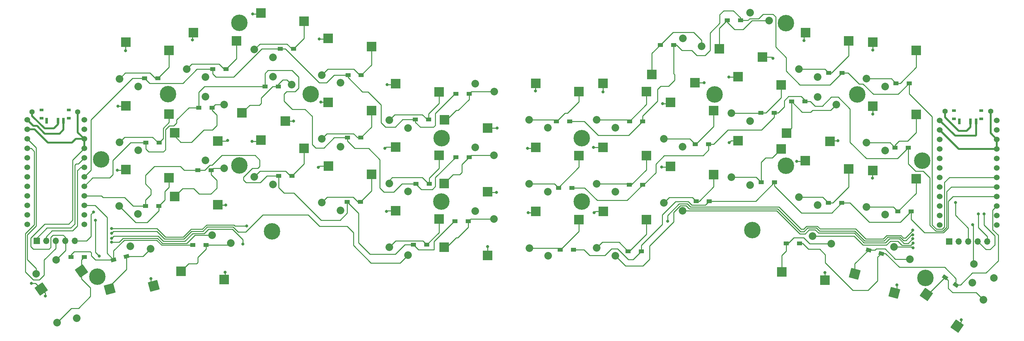
<source format=gbr>
%TF.GenerationSoftware,KiCad,Pcbnew,(6.0.5-0)*%
%TF.CreationDate,2023-01-31T11:57:14-08:00*%
%TF.ProjectId,Swept_3x6,53776570-745f-4337-9836-2e6b69636164,rev?*%
%TF.SameCoordinates,Original*%
%TF.FileFunction,Copper,L2,Bot*%
%TF.FilePolarity,Positive*%
%FSLAX46Y46*%
G04 Gerber Fmt 4.6, Leading zero omitted, Abs format (unit mm)*
G04 Created by KiCad (PCBNEW (6.0.5-0)) date 2023-01-31 11:57:14*
%MOMM*%
%LPD*%
G01*
G04 APERTURE LIST*
G04 Aperture macros list*
%AMRotRect*
0 Rectangle, with rotation*
0 The origin of the aperture is its center*
0 $1 length*
0 $2 width*
0 $3 Rotation angle, in degrees counterclockwise*
0 Add horizontal line*
21,1,$1,$2,0,0,$3*%
G04 Aperture macros list end*
%TA.AperFunction,ComponentPad*%
%ADD10C,4.400000*%
%TD*%
%TA.AperFunction,ComponentPad*%
%ADD11C,1.524000*%
%TD*%
%TA.AperFunction,ComponentPad*%
%ADD12C,2.032000*%
%TD*%
%TA.AperFunction,SMDPad,CuDef*%
%ADD13R,2.600000X2.600000*%
%TD*%
%TA.AperFunction,SMDPad,CuDef*%
%ADD14RotRect,2.600000X2.600000X165.000000*%
%TD*%
%TA.AperFunction,ComponentPad*%
%ADD15C,2.000000*%
%TD*%
%TA.AperFunction,SMDPad,CuDef*%
%ADD16RotRect,2.600000X2.600000X195.000000*%
%TD*%
%TA.AperFunction,SMDPad,CuDef*%
%ADD17RotRect,2.600000X2.600000X145.000000*%
%TD*%
%TA.AperFunction,ComponentPad*%
%ADD18C,1.397000*%
%TD*%
%TA.AperFunction,SMDPad,CuDef*%
%ADD19RotRect,2.600000X2.600000X35.000000*%
%TD*%
%TA.AperFunction,ComponentPad*%
%ADD20O,1.700000X1.700000*%
%TD*%
%TA.AperFunction,ComponentPad*%
%ADD21R,1.700000X1.700000*%
%TD*%
%TA.AperFunction,SMDPad,CuDef*%
%ADD22R,1.400000X1.000000*%
%TD*%
%TA.AperFunction,SMDPad,CuDef*%
%ADD23R,1.000000X0.800000*%
%TD*%
%TA.AperFunction,SMDPad,CuDef*%
%ADD24R,0.700000X1.500000*%
%TD*%
%TA.AperFunction,SMDPad,CuDef*%
%ADD25RotRect,1.400000X1.000000X145.000000*%
%TD*%
%TA.AperFunction,SMDPad,CuDef*%
%ADD26RotRect,1.400000X1.000000X165.000000*%
%TD*%
%TA.AperFunction,SMDPad,CuDef*%
%ADD27RotRect,1.400000X1.000000X15.000000*%
%TD*%
%TA.AperFunction,ViaPad*%
%ADD28C,0.800000*%
%TD*%
%TA.AperFunction,Conductor*%
%ADD29C,0.250000*%
%TD*%
%TA.AperFunction,Conductor*%
%ADD30C,0.500000*%
%TD*%
G04 APERTURE END LIST*
D10*
%TO.P,,1*%
%TO.N,N/C*%
X166830000Y-54630000D03*
%TD*%
%TO.P,,1*%
%TO.N,N/C*%
X166820000Y-71570000D03*
%TD*%
%TO.P,,1*%
%TO.N,N/C*%
X129320000Y-71540000D03*
%TD*%
%TO.P,,1*%
%TO.N,N/C*%
X129350000Y-54610000D03*
%TD*%
D11*
%TO.P,U1,1,TX*%
%TO.N,CS*%
X277659800Y-49850000D03*
%TO.P,U1,2,RX*%
%TO.N,unconnected-(U1-Pad2)*%
X277659800Y-52390000D03*
%TO.P,U1,3,GND*%
%TO.N,gnd*%
X277659800Y-54930000D03*
%TO.P,U1,4,GND*%
X277659800Y-57470000D03*
%TO.P,U1,5,SDA*%
%TO.N,MOSI*%
X277659800Y-60010000D03*
%TO.P,U1,6,SCL*%
%TO.N,SCK*%
X277659800Y-62550000D03*
%TO.P,U1,7,D4*%
%TO.N,row_0*%
X277659800Y-65090000D03*
%TO.P,U1,8,C6*%
%TO.N,row_1*%
X277659800Y-67630000D03*
%TO.P,U1,9,D7*%
%TO.N,row_2*%
X277659800Y-70170000D03*
%TO.P,U1,10,E6*%
%TO.N,row_3*%
X277659800Y-72710000D03*
%TO.P,U1,11,B4*%
%TO.N,unconnected-(U1-Pad11)*%
X277659800Y-75250000D03*
%TO.P,U1,12,B5*%
%TO.N,unconnected-(U1-Pad12)*%
X277659800Y-77790000D03*
%TO.P,U1,13,B6*%
%TO.N,unconnected-(U1-Pad13)*%
X262439800Y-77790000D03*
%TO.P,U1,14,B2*%
%TO.N,unconnected-(U1-Pad14)*%
X262439800Y-75250000D03*
%TO.P,U1,15,B3*%
%TO.N,col5*%
X262439800Y-72710000D03*
%TO.P,U1,16,B1*%
%TO.N,col4*%
X262439800Y-70170000D03*
%TO.P,U1,17,F7*%
%TO.N,col3*%
X262439800Y-67630000D03*
%TO.P,U1,18,F6*%
%TO.N,col2*%
X262439800Y-65090000D03*
%TO.P,U1,19,F5*%
%TO.N,col1*%
X262439800Y-62550000D03*
%TO.P,U1,20,F4*%
%TO.N,col0*%
X262439800Y-60010000D03*
%TO.P,U1,21,VCC*%
%TO.N,vcc*%
X262439800Y-57470000D03*
%TO.P,U1,22,RST*%
%TO.N,reset*%
X262439800Y-54930000D03*
%TO.P,U1,23,GND*%
%TO.N,gnd*%
X262439800Y-52390000D03*
%TO.P,U1,24,RAW*%
%TO.N,raw*%
X262439800Y-49850000D03*
%TD*%
D12*
%TO.P,SW16,1,1*%
%TO.N,col2*%
X193776600Y-74022800D03*
D13*
X190501600Y-62172800D03*
%TO.P,SW16,2,2*%
%TO.N,Net-(D14-Pad2)*%
X202051600Y-64372800D03*
D12*
X188776600Y-71922800D03*
%TD*%
D13*
%TO.P,SW20,1,1*%
%TO.N,col3*%
X231748000Y-92589400D03*
D12*
X228473000Y-80739400D03*
%TO.P,SW20,2,2*%
%TO.N,Net-(D18-Pad2)*%
X233473000Y-82839400D03*
D13*
X220198000Y-90389400D03*
%TD*%
D12*
%TO.P,SW15,1,1*%
%TO.N,col1*%
X175818800Y-86037000D03*
D13*
X172543800Y-74187000D03*
D12*
%TO.P,SW15,2,2*%
%TO.N,Net-(D13-Pad2)*%
X170818800Y-83937000D03*
D13*
X184093800Y-76387000D03*
%TD*%
D12*
%TO.P,SW21,1,1*%
%TO.N,col4*%
X250193032Y-83658238D03*
D14*
X250289434Y-95952091D03*
%TO.P,SW21,2,2*%
%TO.N,Net-(D19-Pad2)*%
X239702392Y-90837694D03*
D12*
X254479142Y-86980777D03*
%TD*%
%TO.P,SW17,1,1*%
%TO.N,col3*%
X211785200Y-67139400D03*
D13*
X208510200Y-55289400D03*
%TO.P,SW17,2,2*%
%TO.N,Net-(D15-Pad2)*%
X220060200Y-57489400D03*
D12*
X206785200Y-65039400D03*
%TD*%
%TO.P,SW18,1,1*%
%TO.N,col4*%
X229793800Y-72498800D03*
D13*
X226518800Y-60648800D03*
%TO.P,SW18,2,2*%
%TO.N,Net-(D16-Pad2)*%
X238068800Y-62848800D03*
D12*
X224793800Y-70398800D03*
%TD*%
D13*
%TO.P,SW4,1,1*%
%TO.N,col2*%
X197077000Y-39833600D03*
D12*
X193802000Y-27983600D03*
D13*
%TO.P,SW4,2,2*%
%TO.N,Net-(D2-Pad2)*%
X185527000Y-37633600D03*
D12*
X198802000Y-30083600D03*
%TD*%
%TO.P,SW3,1,1*%
%TO.N,col1*%
X175793400Y-51823200D03*
D13*
X172518400Y-39973200D03*
D12*
%TO.P,SW3,2,2*%
%TO.N,Net-(D1-Pad2)*%
X170793400Y-49723200D03*
D13*
X184068400Y-42173200D03*
%TD*%
D12*
%TO.P,SW9,1,1*%
%TO.N,col1*%
X175793400Y-68917400D03*
D13*
X172518400Y-57067400D03*
%TO.P,SW9,2,2*%
%TO.N,Net-(D7-Pad2)*%
X184068400Y-59267400D03*
D12*
X170793400Y-66817400D03*
%TD*%
D13*
%TO.P,SW14,1,1*%
%TO.N,col0*%
X154535200Y-74212400D03*
D12*
X157810200Y-86062400D03*
D13*
%TO.P,SW14,2,2*%
%TO.N,Net-(D12-Pad2)*%
X166085200Y-76412400D03*
D12*
X152810200Y-83962400D03*
%TD*%
D13*
%TO.P,SW12,1,1*%
%TO.N,col4*%
X233068800Y-55429200D03*
D12*
X229793800Y-43579200D03*
%TO.P,SW12,2,2*%
%TO.N,Net-(D10-Pad2)*%
X234793800Y-45679200D03*
D13*
X221518800Y-53229200D03*
%TD*%
D12*
%TO.P,SW11,1,1*%
%TO.N,col3*%
X211785200Y-50019800D03*
D13*
X208510200Y-38169800D03*
D12*
%TO.P,SW11,2,2*%
%TO.N,Net-(D9-Pad2)*%
X206785200Y-47919800D03*
D13*
X220060200Y-40369800D03*
%TD*%
%TO.P,SW8,1,1*%
%TO.N,col0*%
X154509800Y-57092800D03*
D12*
X157784800Y-68942800D03*
D13*
%TO.P,SW8,2,2*%
%TO.N,Net-(D6-Pad2)*%
X166059800Y-59292800D03*
D12*
X152784800Y-66842800D03*
%TD*%
D13*
%TO.P,SW6,1,1*%
%TO.N,col4*%
X226544200Y-26409600D03*
D12*
X229819200Y-38259600D03*
D13*
%TO.P,SW6,2,2*%
%TO.N,Net-(D4-Pad2)*%
X238094200Y-28609600D03*
D12*
X224819200Y-36159600D03*
%TD*%
%TO.P,SW5,1,1*%
%TO.N,col3*%
X211810600Y-21125600D03*
D13*
X215085600Y-32975600D03*
%TO.P,SW5,2,2*%
%TO.N,Net-(D3-Pad2)*%
X203535600Y-30775600D03*
D12*
X216810600Y-23225600D03*
%TD*%
D13*
%TO.P,SW2,1,1*%
%TO.N,col0*%
X154509800Y-39973200D03*
D12*
X157784800Y-51823200D03*
%TO.P,SW2,2,2*%
%TO.N,Net-(D0-Pad2)*%
X152784800Y-49723200D03*
D13*
X166059800Y-42173200D03*
%TD*%
D15*
%TO.P,RSW1,1,1*%
%TO.N,gnd*%
X276852244Y-91994123D03*
%TO.P,RSW1,2,2*%
%TO.N,reset*%
X271527756Y-88265877D03*
%TD*%
D13*
%TO.P,SW10,1,1*%
%TO.N,col2*%
X190501600Y-45053200D03*
D12*
X193776600Y-56903200D03*
D13*
%TO.P,SW10,2,2*%
%TO.N,Net-(D8-Pad2)*%
X202051600Y-47253200D03*
D12*
X188776600Y-54803200D03*
%TD*%
D10*
%TO.P,REF\u002A\u002A,1*%
%TO.N,N/C*%
X240352000Y-42936000D03*
X202252000Y-42936000D03*
X221302000Y-23886000D03*
X221302000Y-61986000D03*
%TD*%
D11*
%TO.P,U2,1,TX*%
%TO.N,CSr*%
X33942000Y-49722800D03*
%TO.P,U2,2,RX*%
%TO.N,unconnected-(U2-Pad2)*%
X33942000Y-52262800D03*
%TO.P,U2,3,GND*%
%TO.N,gnd_r*%
X33942000Y-54802800D03*
%TO.P,U2,4,GND*%
X33942000Y-57342800D03*
%TO.P,U2,5,SDA*%
%TO.N,MOSIr*%
X33942000Y-59882800D03*
%TO.P,U2,6,SCL*%
%TO.N,SCKr*%
X33942000Y-62422800D03*
%TO.P,U2,7,D4*%
%TO.N,row_0r*%
X33942000Y-64962800D03*
%TO.P,U2,8,C6*%
%TO.N,row_1r*%
X33942000Y-67502800D03*
%TO.P,U2,9,D7*%
%TO.N,row_2r*%
X33942000Y-70042800D03*
%TO.P,U2,10,E6*%
%TO.N,row_3r*%
X33942000Y-72582800D03*
%TO.P,U2,11,B4*%
%TO.N,unconnected-(U2-Pad11)*%
X33942000Y-75122800D03*
%TO.P,U2,12,B5*%
%TO.N,unconnected-(U2-Pad12)*%
X33942000Y-77662800D03*
%TO.P,U2,13,B6*%
%TO.N,unconnected-(U2-Pad13)*%
X18722000Y-77662800D03*
%TO.P,U2,14,B2*%
%TO.N,unconnected-(U2-Pad14)*%
X18722000Y-75122800D03*
%TO.P,U2,15,B3*%
%TO.N,col5r*%
X18722000Y-72582800D03*
%TO.P,U2,16,B1*%
%TO.N,col4r*%
X18722000Y-70042800D03*
%TO.P,U2,17,F7*%
%TO.N,col3r*%
X18722000Y-67502800D03*
%TO.P,U2,18,F6*%
%TO.N,col2r*%
X18722000Y-64962800D03*
%TO.P,U2,19,F5*%
%TO.N,col1r*%
X18722000Y-62422800D03*
%TO.P,U2,20,F4*%
%TO.N,col0r*%
X18722000Y-59882800D03*
%TO.P,U2,21,VCC*%
%TO.N,vcc_r*%
X18722000Y-57342800D03*
%TO.P,U2,22,RST*%
%TO.N,reset_r*%
X18722000Y-54802800D03*
%TO.P,U2,23,GND*%
%TO.N,gnd_r*%
X18722000Y-52262800D03*
%TO.P,U2,24,RAW*%
%TO.N,raw_r*%
X18722000Y-49722800D03*
%TD*%
D13*
%TO.P,SW17_r1,1,1*%
%TO.N,col3r*%
X81103800Y-55162400D03*
D12*
X84378800Y-67012400D03*
%TO.P,SW17_r1,2,2*%
%TO.N,Net-(Dr15-Pad2)*%
X79378800Y-64912400D03*
D13*
X92653800Y-57362400D03*
%TD*%
D12*
%TO.P,SW11_r1,1,1*%
%TO.N,col3r*%
X84353400Y-38219800D03*
D13*
X87628400Y-50069800D03*
%TO.P,SW11_r1,2,2*%
%TO.N,Net-(Dr9-Pad2)*%
X76078400Y-47869800D03*
D12*
X89353400Y-40319800D03*
%TD*%
%TO.P,SW15_r1,1,1*%
%TO.N,col1r*%
X120396000Y-85859200D03*
D13*
X117121000Y-74009200D03*
D12*
%TO.P,SW15_r1,2,2*%
%TO.N,Net-(Dr13-Pad2)*%
X115396000Y-83759200D03*
D13*
X128671000Y-76209200D03*
%TD*%
D12*
%TO.P,SW18_r1,1,1*%
%TO.N,col4r*%
X66344800Y-60521000D03*
D13*
X69619800Y-72371000D03*
D12*
%TO.P,SW18_r1,2,2*%
%TO.N,Net-(Dr16-Pad2)*%
X71344800Y-62621000D03*
D13*
X58069800Y-70171000D03*
%TD*%
D12*
%TO.P,SW6_r1,1,1*%
%TO.N,col4r*%
X66344800Y-38259600D03*
D13*
X63069800Y-26409600D03*
%TO.P,SW6_r1,2,2*%
%TO.N,Net-(Dr4-Pad2)*%
X74619800Y-28609600D03*
D12*
X61344800Y-36159600D03*
%TD*%
%TO.P,SW5_r1,1,1*%
%TO.N,col3r*%
X84378800Y-33001800D03*
D13*
X81103800Y-21151800D03*
D12*
%TO.P,SW5_r1,2,2*%
%TO.N,Net-(Dr3-Pad2)*%
X79378800Y-30901800D03*
D13*
X92653800Y-23351800D03*
%TD*%
D12*
%TO.P,SW2_r1,1,1*%
%TO.N,col0r*%
X138404600Y-40074000D03*
D13*
X141679600Y-51924000D03*
D12*
%TO.P,SW2_r1,2,2*%
%TO.N,Net-(Dr0-Pad2)*%
X143404600Y-42174000D03*
D13*
X130129600Y-49724000D03*
%TD*%
D12*
%TO.P,SW16_r1,1,1*%
%TO.N,col2r*%
X102412800Y-73895800D03*
D13*
X99137800Y-62045800D03*
%TO.P,SW16_r1,2,2*%
%TO.N,Net-(Dr14-Pad2)*%
X110687800Y-64245800D03*
D12*
X97412800Y-71795800D03*
%TD*%
D13*
%TO.P,SW4_r1,1,1*%
%TO.N,col2r*%
X99112400Y-27984400D03*
D12*
X102387400Y-39834400D03*
%TO.P,SW4_r1,2,2*%
%TO.N,Net-(Dr2-Pad2)*%
X97387400Y-37734400D03*
D13*
X110662400Y-30184400D03*
%TD*%
%TO.P,SW13_r1,1,1*%
%TO.N,col5r*%
X45061200Y-45993000D03*
D12*
X48336200Y-57843000D03*
D13*
%TO.P,SW13_r1,2,2*%
%TO.N,Net-(Dr11-Pad2)*%
X56611200Y-48193000D03*
D12*
X43336200Y-55743000D03*
%TD*%
%TO.P,SW12_r1,1,1*%
%TO.N,col4r*%
X66344800Y-43528400D03*
D13*
X69619800Y-55378400D03*
%TO.P,SW12_r1,2,2*%
%TO.N,Net-(Dr10-Pad2)*%
X58069800Y-53178400D03*
D12*
X71344800Y-45628400D03*
%TD*%
D13*
%TO.P,SW3_r1,1,1*%
%TO.N,col1r*%
X117121000Y-40024000D03*
D12*
X120396000Y-51874000D03*
D13*
%TO.P,SW3_r1,2,2*%
%TO.N,Net-(Dr1-Pad2)*%
X128671000Y-42224000D03*
D12*
X115396000Y-49774000D03*
%TD*%
%TO.P,SW8_r1,1,1*%
%TO.N,col0r*%
X138379200Y-57066600D03*
D13*
X141654200Y-68916600D03*
D12*
%TO.P,SW8_r1,2,2*%
%TO.N,Net-(Dr6-Pad2)*%
X143379200Y-59166600D03*
D13*
X130104200Y-66716600D03*
%TD*%
D16*
%TO.P,SW21_r1,1,1*%
%TO.N,col4r*%
X52480780Y-94053626D03*
D12*
X46250368Y-83455038D03*
D16*
%TO.P,SW21_r1,2,2*%
%TO.N,Net-(Dr19-Pad2)*%
X40754935Y-94917949D03*
D12*
X51623517Y-84189387D03*
%TD*%
D13*
%TO.P,SW9_r1,1,1*%
%TO.N,col1r*%
X117121000Y-57016600D03*
D12*
X120396000Y-68866600D03*
%TO.P,SW9_r1,2,2*%
%TO.N,Net-(Dr7-Pad2)*%
X115396000Y-66766600D03*
D13*
X128671000Y-59216600D03*
%TD*%
D12*
%TO.P,SW20_r1,1,1*%
%TO.N,col3r*%
X68072000Y-80510800D03*
D13*
X71347000Y-92360800D03*
D12*
%TO.P,SW20_r1,2,2*%
%TO.N,Net-(Dr18-Pad2)*%
X73072000Y-82610800D03*
D13*
X59797000Y-90160800D03*
%TD*%
%TO.P,SW7_r1,1,1*%
%TO.N,col5r*%
X45061200Y-29000400D03*
D12*
X48336200Y-40850400D03*
D13*
%TO.P,SW7_r1,2,2*%
%TO.N,Net-(Dr5-Pad2)*%
X56611200Y-31200400D03*
D12*
X43336200Y-38750400D03*
%TD*%
D10*
%TO.P,REF\u002A\u002A,1*%
%TO.N,N/C*%
X94407400Y-42878400D03*
X56307400Y-42878400D03*
X75357400Y-61928400D03*
X75357400Y-23828400D03*
%TD*%
D15*
%TO.P,RSW2,1,1*%
%TO.N,gnd_r*%
X26412244Y-87115877D03*
%TO.P,RSW2,2,2*%
%TO.N,reset_r*%
X21087756Y-90844123D03*
%TD*%
D13*
%TO.P,SW13,1,1*%
%TO.N,col5*%
X244552800Y-46094600D03*
D12*
X247827800Y-57944600D03*
%TO.P,SW13,2,2*%
%TO.N,Net-(D11-Pad2)*%
X242827800Y-55844600D03*
D13*
X256102800Y-48294600D03*
%TD*%
D10*
%TO.P,,1*%
%TO.N,N/C*%
X212360000Y-79150000D03*
%TD*%
D12*
%TO.P,SW22,1,1*%
%TO.N,col5*%
X271150901Y-93211003D03*
D17*
X267036743Y-104796417D03*
%TO.P,SW22,2,2*%
%TO.N,Net-(D20-Pad2)*%
X258837405Y-96369475D03*
D12*
X274042151Y-97799104D03*
%TD*%
%TO.P,SW19,1,1*%
%TO.N,col5*%
X247827800Y-75064200D03*
D13*
X244552800Y-63214200D03*
D12*
%TO.P,SW19,2,2*%
%TO.N,Net-(D17-Pad2)*%
X242827800Y-72964200D03*
D13*
X256102800Y-65414200D03*
%TD*%
D10*
%TO.P,,1*%
%TO.N,N/C*%
X257750000Y-60620000D03*
%TD*%
D13*
%TO.P,SW19_r1,1,1*%
%TO.N,col5r*%
X45035800Y-63011000D03*
D12*
X48310800Y-74861000D03*
%TO.P,SW19_r1,2,2*%
%TO.N,Net-(Dr17-Pad2)*%
X43310800Y-72761000D03*
D13*
X56585800Y-65211000D03*
%TD*%
D10*
%TO.P,,1*%
%TO.N,N/C*%
X37450000Y-91600000D03*
%TD*%
D18*
%TO.P,Bat+1,1,1*%
%TO.N,BT+*%
X263855200Y-47396400D03*
%TD*%
D13*
%TO.P,SW10_r1,1,1*%
%TO.N,col2r*%
X99112400Y-45027800D03*
D12*
X102387400Y-56877800D03*
%TO.P,SW10_r1,2,2*%
%TO.N,Net-(Dr8-Pad2)*%
X97387400Y-54777800D03*
D13*
X110662400Y-47227800D03*
%TD*%
D19*
%TO.P,SW22_r1,1,1*%
%TO.N,col5r*%
X22489033Y-94916438D03*
D12*
X31968637Y-102744927D03*
D19*
%TO.P,SW22_r1,2,2*%
%TO.N,Net-(Dr20-Pad2)*%
X33212108Y-90093765D03*
D12*
X26668366Y-103892590D03*
%TD*%
D18*
%TO.P,BatGND1,1,1*%
%TO.N,gnd*%
X275996400Y-47447200D03*
%TD*%
%TO.P,Bat+r1,1,1*%
%TO.N,BT+_r*%
X20040600Y-47574200D03*
%TD*%
D10*
%TO.P,,1*%
%TO.N,N/C*%
X258610000Y-91950000D03*
%TD*%
D20*
%TO.P,J1,5,Pin_5*%
%TO.N,CS*%
X275125000Y-82180000D03*
%TO.P,J1,4,Pin_4*%
%TO.N,gnd*%
X272585000Y-82180000D03*
%TO.P,J1,3,Pin_3*%
%TO.N,vcc*%
X270045000Y-82180000D03*
%TO.P,J1,2,Pin_2*%
%TO.N,SCK*%
X267505000Y-82180000D03*
D21*
%TO.P,J1,1,Pin_1*%
%TO.N,MOSI*%
X264965000Y-82180000D03*
%TD*%
D10*
%TO.P,,1*%
%TO.N,N/C*%
X38450000Y-60260000D03*
%TD*%
D13*
%TO.P,SW14_r1,1,1*%
%TO.N,col0r*%
X141654200Y-85934600D03*
D12*
X138379200Y-74084600D03*
D13*
%TO.P,SW14_r1,2,2*%
%TO.N,Net-(Dr12-Pad2)*%
X130104200Y-83734600D03*
D12*
X143379200Y-76184600D03*
%TD*%
%TO.P,SW7,1,1*%
%TO.N,col5*%
X247827800Y-40825000D03*
D13*
X244552800Y-28975000D03*
%TO.P,SW7,2,2*%
%TO.N,Net-(D5-Pad2)*%
X256102800Y-31175000D03*
D12*
X242827800Y-38725000D03*
%TD*%
D10*
%TO.P,,1*%
%TO.N,N/C*%
X84080000Y-79480000D03*
%TD*%
D21*
%TO.P,J2,1,Pin_1*%
%TO.N,MOSIr*%
X21230000Y-82090000D03*
D20*
%TO.P,J2,2,Pin_2*%
%TO.N,SCKr*%
X23770000Y-82090000D03*
%TO.P,J2,3,Pin_3*%
%TO.N,vcc_r*%
X26310000Y-82090000D03*
%TO.P,J2,4,Pin_4*%
%TO.N,gnd_r*%
X28850000Y-82090000D03*
%TO.P,J2,5,Pin_5*%
%TO.N,CSr*%
X31390000Y-82090000D03*
%TD*%
D18*
%TO.P,BatGND4,1,1*%
%TO.N,gnd_r*%
X32207200Y-47625000D03*
%TD*%
D22*
%TO.P,D7,1,K*%
%TO.N,row_1*%
X183054800Y-67081400D03*
%TO.P,D7,2,A*%
%TO.N,Net-(D7-Pad2)*%
X179504800Y-67081400D03*
%TD*%
%TO.P,D18,1,K*%
%TO.N,row_3*%
X224987200Y-82727800D03*
%TO.P,D18,2,A*%
%TO.N,Net-(D18-Pad2)*%
X221437200Y-82727800D03*
%TD*%
%TO.P,Dr16,1,K*%
%TO.N,row_2r*%
X64315800Y-63195200D03*
%TO.P,Dr16,2,A*%
%TO.N,Net-(Dr16-Pad2)*%
X67865800Y-63195200D03*
%TD*%
%TO.P,Dr6,1,K*%
%TO.N,row_1r*%
X133172200Y-59690000D03*
%TO.P,Dr6,2,A*%
%TO.N,Net-(Dr6-Pad2)*%
X136722200Y-59690000D03*
%TD*%
%TO.P,Dr15,1,K*%
%TO.N,row_2r*%
X85905800Y-64693800D03*
%TO.P,Dr15,2,A*%
%TO.N,Net-(Dr15-Pad2)*%
X89455800Y-64693800D03*
%TD*%
%TO.P,Dr3,1,K*%
%TO.N,row_0r*%
X86312200Y-30759400D03*
%TO.P,Dr3,2,A*%
%TO.N,Net-(Dr3-Pad2)*%
X89862200Y-30759400D03*
%TD*%
%TO.P,Dr18,1,K*%
%TO.N,row_3r*%
X62915800Y-83159600D03*
%TO.P,Dr18,2,A*%
%TO.N,Net-(Dr18-Pad2)*%
X66465800Y-83159600D03*
%TD*%
%TO.P,Dr9,1,K*%
%TO.N,row_1r*%
X82197400Y-40843200D03*
%TO.P,Dr9,2,A*%
%TO.N,Net-(Dr9-Pad2)*%
X85747400Y-40843200D03*
%TD*%
%TO.P,D11,1,K*%
%TO.N,row_1*%
X254044800Y-57124600D03*
%TO.P,D11,2,A*%
%TO.N,Net-(D11-Pad2)*%
X250494800Y-57124600D03*
%TD*%
%TO.P,D17,1,K*%
%TO.N,row_2*%
X254781400Y-74193400D03*
%TO.P,D17,2,A*%
%TO.N,Net-(D17-Pad2)*%
X251231400Y-74193400D03*
%TD*%
%TO.P,D15,1,K*%
%TO.N,row_2*%
X218281600Y-66421000D03*
%TO.P,D15,2,A*%
%TO.N,Net-(D15-Pad2)*%
X214731600Y-66421000D03*
%TD*%
%TO.P,D2,1,K*%
%TO.N,row_0*%
X191335200Y-29692600D03*
%TO.P,D2,2,A*%
%TO.N,Net-(D2-Pad2)*%
X187785200Y-29692600D03*
%TD*%
%TO.P,Dr4,1,K*%
%TO.N,row_0r*%
X68252800Y-36169600D03*
%TO.P,Dr4,2,A*%
%TO.N,Net-(Dr4-Pad2)*%
X71802800Y-36169600D03*
%TD*%
%TO.P,D13,1,K*%
%TO.N,row_2*%
X182750000Y-84861400D03*
%TO.P,D13,2,A*%
%TO.N,Net-(D13-Pad2)*%
X179200000Y-84861400D03*
%TD*%
%TO.P,Dr10,1,K*%
%TO.N,row_1r*%
X64519000Y-46456600D03*
%TO.P,Dr10,2,A*%
%TO.N,Net-(Dr10-Pad2)*%
X68069000Y-46456600D03*
%TD*%
D23*
%TO.P,SW_POWER1,*%
%TO.N,*%
X273525000Y-47228800D03*
X266225000Y-49438800D03*
X273525000Y-49438800D03*
X266225000Y-47228800D03*
D24*
%TO.P,SW_POWER1,1,A*%
%TO.N,unconnected-(SW_POWER1-Pad1)*%
X267625000Y-50088800D03*
%TO.P,SW_POWER1,2,B*%
%TO.N,BT+*%
X270625000Y-50088800D03*
%TO.P,SW_POWER1,3,C*%
%TO.N,raw*%
X272125000Y-50088800D03*
%TD*%
D22*
%TO.P,D6,1,K*%
%TO.N,row_1*%
X164157200Y-67894200D03*
%TO.P,D6,2,A*%
%TO.N,Net-(D6-Pad2)*%
X160607200Y-67894200D03*
%TD*%
%TO.P,D3,1,K*%
%TO.N,row_0*%
X209191400Y-23139400D03*
%TO.P,D3,2,A*%
%TO.N,Net-(D3-Pad2)*%
X205641400Y-23139400D03*
%TD*%
%TO.P,Dr11,1,K*%
%TO.N,row_1r*%
X50396600Y-55829200D03*
%TO.P,Dr11,2,A*%
%TO.N,Net-(Dr11-Pad2)*%
X53946600Y-55829200D03*
%TD*%
%TO.P,Dr2,1,K*%
%TO.N,row_0r*%
X104371600Y-37769800D03*
%TO.P,Dr2,2,A*%
%TO.N,Net-(Dr2-Pad2)*%
X107921600Y-37769800D03*
%TD*%
D25*
%TO.P,D20,1,K*%
%TO.N,row_3*%
X266737790Y-93806396D03*
%TO.P,D20,2,A*%
%TO.N,Net-(D20-Pad2)*%
X263829800Y-91770200D03*
%TD*%
D22*
%TO.P,D16,1,K*%
%TO.N,row_2*%
X236239400Y-71907400D03*
%TO.P,D16,2,A*%
%TO.N,Net-(D16-Pad2)*%
X232689400Y-71907400D03*
%TD*%
%TO.P,Dr0,1,K*%
%TO.N,row_0r*%
X133172200Y-42773600D03*
%TO.P,Dr0,2,A*%
%TO.N,Net-(Dr0-Pad2)*%
X136722200Y-42773600D03*
%TD*%
%TO.P,Dr20,1,K*%
%TO.N,row_3r*%
X30450000Y-86350000D03*
%TO.P,Dr20,2,A*%
%TO.N,Net-(Dr20-Pad2)*%
X34000000Y-86350000D03*
%TD*%
%TO.P,Dr7,1,K*%
%TO.N,row_1r*%
X122532600Y-66802000D03*
%TO.P,Dr7,2,A*%
%TO.N,Net-(Dr7-Pad2)*%
X126082600Y-66802000D03*
%TD*%
%TO.P,Dr5,1,K*%
%TO.N,row_0r*%
X50066400Y-38633400D03*
%TO.P,Dr5,2,A*%
%TO.N,Net-(Dr5-Pad2)*%
X53616400Y-38633400D03*
%TD*%
%TO.P,Dr12,1,K*%
%TO.N,row_2r*%
X132943600Y-76835000D03*
%TO.P,Dr12,2,A*%
%TO.N,Net-(Dr12-Pad2)*%
X136493600Y-76835000D03*
%TD*%
D26*
%TO.P,D19,1,K*%
%TO.N,row_3*%
X246837236Y-85399208D03*
%TO.P,D19,2,A*%
%TO.N,Net-(D19-Pad2)*%
X243408200Y-84480400D03*
%TD*%
D22*
%TO.P,Dr1,1,K*%
%TO.N,row_0r*%
X122380200Y-49657000D03*
%TO.P,Dr1,2,A*%
%TO.N,Net-(Dr1-Pad2)*%
X125930200Y-49657000D03*
%TD*%
D23*
%TO.P,SW_POWERR1,*%
%TO.N,*%
X22512000Y-47101800D03*
X29812000Y-47101800D03*
X22512000Y-49311800D03*
X29812000Y-49311800D03*
D24*
%TO.P,SW_POWERR1,1,A*%
%TO.N,unconnected-(SW_POWERR1-Pad1)*%
X23912000Y-49961800D03*
%TO.P,SW_POWERR1,2,B*%
%TO.N,BT+_r*%
X26912000Y-49961800D03*
%TO.P,SW_POWERR1,3,C*%
%TO.N,raw_r*%
X28412000Y-49961800D03*
%TD*%
D22*
%TO.P,Dr14,1,K*%
%TO.N,row_2r*%
X104193800Y-71602600D03*
%TO.P,Dr14,2,A*%
%TO.N,Net-(Dr14-Pad2)*%
X107743800Y-71602600D03*
%TD*%
%TO.P,D10,1,K*%
%TO.N,row_1*%
X226409600Y-44831000D03*
%TO.P,D10,2,A*%
%TO.N,Net-(D10-Pad2)*%
X222859600Y-44831000D03*
%TD*%
%TO.P,D9,1,K*%
%TO.N,row_1*%
X218230800Y-47828200D03*
%TO.P,D9,2,A*%
%TO.N,Net-(D9-Pad2)*%
X214680800Y-47828200D03*
%TD*%
%TO.P,Dr13,1,K*%
%TO.N,row_2r*%
X121872200Y-83083400D03*
%TO.P,Dr13,2,A*%
%TO.N,Net-(Dr13-Pad2)*%
X125422200Y-83083400D03*
%TD*%
%TO.P,D12,1,K*%
%TO.N,row_2*%
X164639800Y-84455000D03*
%TO.P,D12,2,A*%
%TO.N,Net-(D12-Pad2)*%
X161089800Y-84455000D03*
%TD*%
%TO.P,D4,1,K*%
%TO.N,row_0*%
X236315600Y-37160200D03*
%TO.P,D4,2,A*%
%TO.N,Net-(D4-Pad2)*%
X232765600Y-37160200D03*
%TD*%
%TO.P,D0,1,K*%
%TO.N,row_0*%
X163623800Y-50088800D03*
%TO.P,D0,2,A*%
%TO.N,Net-(D0-Pad2)*%
X160073800Y-50088800D03*
%TD*%
%TO.P,D14,1,K*%
%TO.N,row_2*%
X200885600Y-71424800D03*
%TO.P,D14,2,A*%
%TO.N,Net-(D14-Pad2)*%
X197335600Y-71424800D03*
%TD*%
%TO.P,Dr8,1,K*%
%TO.N,row_1r*%
X104244600Y-54483000D03*
%TO.P,Dr8,2,A*%
%TO.N,Net-(Dr8-Pad2)*%
X107794600Y-54483000D03*
%TD*%
D27*
%TO.P,Dr19,1,K*%
%TO.N,row_3r*%
X41783000Y-87096600D03*
%TO.P,Dr19,2,A*%
%TO.N,Net-(Dr19-Pad2)*%
X45212036Y-86177792D03*
%TD*%
D22*
%TO.P,D5,1,K*%
%TO.N,row_0*%
X254273400Y-39928800D03*
%TO.P,D5,2,A*%
%TO.N,Net-(D5-Pad2)*%
X250723400Y-39928800D03*
%TD*%
%TO.P,Dr17,1,K*%
%TO.N,row_2r*%
X50320400Y-72771000D03*
%TO.P,Dr17,2,A*%
%TO.N,Net-(Dr17-Pad2)*%
X53870400Y-72771000D03*
%TD*%
%TO.P,D1,1,K*%
%TO.N,row_0*%
X183105600Y-50088800D03*
%TO.P,D1,2,A*%
%TO.N,Net-(D1-Pad2)*%
X179555600Y-50088800D03*
%TD*%
%TO.P,D8,1,K*%
%TO.N,row_1*%
X200704800Y-56261000D03*
%TO.P,D8,2,A*%
%TO.N,Net-(D8-Pad2)*%
X197154800Y-56261000D03*
%TD*%
D28*
%TO.N,gnd*%
X274260000Y-74860000D03*
%TO.N,vcc*%
X266620000Y-71770000D03*
%TO.N,reset*%
X271230000Y-77750000D03*
%TO.N,CS*%
X272740000Y-74890000D03*
%TO.N,CSr*%
X36395000Y-74345000D03*
%TO.N,col0*%
X189763400Y-76809600D03*
X255219200Y-79171800D03*
X154457400Y-42011600D03*
X152501600Y-74472800D03*
X152323800Y-57302400D03*
%TO.N,col1*%
X255219200Y-80483697D03*
X170103800Y-74498200D03*
X169976800Y-57073800D03*
X172516800Y-42240200D03*
%TO.N,col2*%
X255219200Y-81483200D03*
X188188600Y-62306200D03*
X188417200Y-45364400D03*
X199517000Y-39801800D03*
%TO.N,col3*%
X206121000Y-38277800D03*
X217855800Y-33274000D03*
X206171800Y-55778400D03*
X255270000Y-82651600D03*
X231724200Y-90551000D03*
%TO.N,col4*%
X226187000Y-28549600D03*
X255320800Y-83921600D03*
X235204000Y-55321200D03*
X250952000Y-93827600D03*
X224256600Y-60782200D03*
%TO.N,col5*%
X244475000Y-65303400D03*
X244576600Y-48158400D03*
X244551200Y-31064200D03*
X268198600Y-103124000D03*
%TO.N,col0r*%
X77343000Y-78028800D03*
X41275000Y-78765400D03*
X144170400Y-51866800D03*
X144018000Y-69062600D03*
X141630400Y-83540600D03*
%TO.N,col1r*%
X114249200Y-57327800D03*
X114808000Y-40335200D03*
X114655600Y-74168000D03*
X41249600Y-80010000D03*
%TO.N,col2r*%
X96494600Y-62382400D03*
X97104200Y-44983400D03*
X96723200Y-28092400D03*
X41249600Y-81356200D03*
X76327000Y-82854800D03*
%TO.N,col3r*%
X89814400Y-50063400D03*
X71602600Y-90398600D03*
X78968600Y-21463000D03*
X41249600Y-82397600D03*
X78765400Y-55448200D03*
%TO.N,col4r*%
X51790600Y-92100400D03*
X72212200Y-55194200D03*
X62865000Y-28371800D03*
X71729600Y-72440800D03*
%TO.N,col5r*%
X37973000Y-86131400D03*
X42976800Y-46075600D03*
X23571200Y-96748600D03*
X42773600Y-63169800D03*
X36906200Y-76530200D03*
X45008800Y-31267400D03*
X19837400Y-93370400D03*
%TD*%
D29*
%TO.N,gnd*%
X272585000Y-82180000D02*
X274755000Y-84350000D01*
X275050000Y-84350000D02*
X275900000Y-84350000D01*
X275900000Y-84350000D02*
X277110000Y-83140000D01*
X274755000Y-84350000D02*
X275050000Y-84350000D01*
X277110000Y-83140000D02*
X277110000Y-80670000D01*
X277110000Y-80670000D02*
X276110000Y-79670000D01*
%TO.N,vcc*%
X270045000Y-82180000D02*
X270045000Y-78655000D01*
%TO.N,CS*%
X275125000Y-80855000D02*
X272740000Y-78470000D01*
X275125000Y-82180000D02*
X275125000Y-80855000D01*
%TO.N,gnd*%
X276110000Y-79670000D02*
X274260000Y-77820000D01*
%TO.N,CS*%
X272740000Y-78470000D02*
X272740000Y-74890000D01*
%TO.N,vcc*%
X270045000Y-78655000D02*
X266780000Y-75390000D01*
X266780000Y-75390000D02*
X266620000Y-75230000D01*
X266620000Y-75230000D02*
X266620000Y-71770000D01*
%TO.N,row_2*%
X254781400Y-76281400D02*
X258359040Y-79859040D01*
X264709520Y-71450480D02*
X265990000Y-70170000D01*
X264709520Y-78581915D02*
X264709520Y-71450480D01*
X258359040Y-79859040D02*
X263432396Y-79859040D01*
X265990000Y-70170000D02*
X277659800Y-70170000D01*
X263432396Y-79859040D02*
X264709520Y-78581915D01*
X254781400Y-74193400D02*
X254781400Y-76281400D01*
%TO.N,row_1*%
X254044800Y-57124600D02*
X254044800Y-61474800D01*
X254044800Y-61474800D02*
X256000000Y-63430000D01*
X256000000Y-63430000D02*
X258020000Y-63430000D01*
X258020000Y-63430000D02*
X259800000Y-65210000D01*
X259800000Y-65210000D02*
X259800000Y-77865718D01*
X259800000Y-77865718D02*
X261343802Y-79409520D01*
X261343802Y-79409520D02*
X263246198Y-79409520D01*
X263246198Y-79409520D02*
X264260000Y-78395718D01*
X264260000Y-78395718D02*
X264260000Y-68880000D01*
X264260000Y-68880000D02*
X265510000Y-67630000D01*
X265510000Y-67630000D02*
X277659800Y-67630000D01*
%TO.N,row_0*%
X254273400Y-39928800D02*
X254273400Y-42742200D01*
X260350000Y-77780000D02*
X261530000Y-78960000D01*
X265020000Y-65090000D02*
X277659800Y-65090000D01*
X254273400Y-42742200D02*
X260350000Y-48818800D01*
X260350000Y-48818800D02*
X260350000Y-77780000D01*
X261530000Y-78960000D02*
X263060000Y-78960000D01*
X263700000Y-66410000D02*
X265020000Y-65090000D01*
X263060000Y-78960000D02*
X263700000Y-78320000D01*
X263700000Y-78320000D02*
X263700000Y-66410000D01*
D30*
%TO.N,BT+*%
X263855200Y-47396400D02*
X263855200Y-48995200D01*
X267520000Y-52660000D02*
X269630000Y-52660000D01*
X263855200Y-48995200D02*
X267520000Y-52660000D01*
X269630000Y-52660000D02*
X270625000Y-51665000D01*
X270625000Y-51665000D02*
X270625000Y-50088800D01*
%TO.N,raw*%
X262439800Y-49850000D02*
X266539800Y-53950000D01*
X266539800Y-53950000D02*
X272030000Y-53950000D01*
X272125000Y-53895000D02*
X272125000Y-50088800D01*
%TO.N,gnd*%
X262439800Y-52390000D02*
X267519800Y-57470000D01*
X267519800Y-57470000D02*
X277659800Y-57470000D01*
X277659800Y-54930000D02*
X277659800Y-57470000D01*
X275996400Y-47447200D02*
X275996400Y-53266600D01*
X275996400Y-53266600D02*
X277659800Y-54930000D01*
%TO.N,BT+_r*%
X20040600Y-47574200D02*
X20040600Y-48660600D01*
X20040600Y-48660600D02*
X23370000Y-51990000D01*
X23370000Y-51990000D02*
X25820000Y-51990000D01*
X25820000Y-51990000D02*
X26912000Y-50898000D01*
X26912000Y-50898000D02*
X26912000Y-49961800D01*
%TO.N,raw_r*%
X18722000Y-49722800D02*
X20339200Y-51340000D01*
X20339200Y-51340000D02*
X21350000Y-51340000D01*
X21350000Y-51340000D02*
X23410000Y-53400000D01*
X23410000Y-53400000D02*
X27350000Y-53400000D01*
X27350000Y-53400000D02*
X28412000Y-52338000D01*
X28412000Y-52338000D02*
X28412000Y-49961800D01*
%TO.N,gnd_r*%
X18722000Y-52262800D02*
X20692800Y-52262800D01*
X20692800Y-52262800D02*
X24240000Y-55810000D01*
X24240000Y-55810000D02*
X30700000Y-55810000D01*
X30700000Y-55810000D02*
X31707200Y-54802800D01*
X31707200Y-54802800D02*
X33942000Y-54802800D01*
X33942000Y-54802800D02*
X33942000Y-57342800D01*
X32207200Y-47625000D02*
X32207200Y-53068000D01*
X32207200Y-53068000D02*
X33942000Y-54802800D01*
D29*
%TO.N,gnd*%
X274260000Y-77820000D02*
X274260000Y-74860000D01*
%TO.N,reset*%
X271340000Y-88078121D02*
X271527756Y-88265877D01*
X271230000Y-77750000D02*
X271340000Y-77860000D01*
X271340000Y-77860000D02*
X271340000Y-88078121D01*
%TO.N,reset_r*%
X21080000Y-57160800D02*
X18722000Y-54802800D01*
X21087756Y-90844123D02*
X21087756Y-89407756D01*
X18690000Y-80470000D02*
X21080000Y-78080000D01*
X18690000Y-87010000D02*
X18690000Y-80470000D01*
X21087756Y-89407756D02*
X18690000Y-87010000D01*
X21080000Y-78080000D02*
X21080000Y-57160800D01*
%TO.N,MOSIr*%
X21230000Y-81380000D02*
X24010000Y-78600000D01*
X31390000Y-77580000D02*
X31390000Y-61850000D01*
X24010000Y-78600000D02*
X30370000Y-78600000D01*
X31780000Y-61460000D02*
X32364800Y-61460000D01*
X31390000Y-61850000D02*
X31780000Y-61460000D01*
X30370000Y-78600000D02*
X31390000Y-77580000D01*
X21230000Y-82090000D02*
X21230000Y-81380000D01*
X32364800Y-61460000D02*
X33942000Y-59882800D01*
%TO.N,SCKr*%
X33007200Y-62422800D02*
X33942000Y-62422800D01*
X23770000Y-80920000D02*
X25340000Y-79350000D01*
X32140000Y-63290000D02*
X33007200Y-62422800D01*
X23770000Y-82090000D02*
X23770000Y-80920000D01*
X30870000Y-79350000D02*
X32140000Y-78080000D01*
X25340000Y-79350000D02*
X30870000Y-79350000D01*
X32140000Y-78080000D02*
X32140000Y-63290000D01*
%TO.N,CSr*%
X35780000Y-80840000D02*
X35780000Y-74960000D01*
X35780000Y-74960000D02*
X36395000Y-74345000D01*
X31390000Y-82090000D02*
X34530000Y-82090000D01*
X36395000Y-74345000D02*
X36410000Y-74330000D01*
X34530000Y-82090000D02*
X35780000Y-80840000D01*
%TO.N,gnd_r*%
X29780000Y-77550000D02*
X30840000Y-76490000D01*
X20330000Y-84220000D02*
X19660000Y-83550000D01*
X19660000Y-83550000D02*
X19660000Y-81310978D01*
X25030000Y-81100000D02*
X25030000Y-83720000D01*
X28950000Y-84578121D02*
X28950000Y-82100000D01*
X23420978Y-77550000D02*
X29780000Y-77550000D01*
X28850000Y-81070000D02*
X28300000Y-80520000D01*
X25610000Y-80520000D02*
X25030000Y-81100000D01*
X28850000Y-82090000D02*
X28850000Y-81070000D01*
X28300000Y-80520000D02*
X25610000Y-80520000D01*
X19660000Y-81310978D02*
X23420978Y-77550000D01*
X30840000Y-60444800D02*
X33942000Y-57342800D01*
X25030000Y-83720000D02*
X24530000Y-84220000D01*
X24530000Y-84220000D02*
X20330000Y-84220000D01*
X30840000Y-76490000D02*
X30840000Y-60444800D01*
X26412244Y-87115877D02*
X28950000Y-84578121D01*
%TO.N,vcc_r*%
X21970000Y-92480000D02*
X20360000Y-92480000D01*
X26310000Y-82090000D02*
X26310000Y-84090000D01*
X23250000Y-91200000D02*
X21970000Y-92480000D01*
X19802800Y-57342800D02*
X18722000Y-57342800D01*
X20600000Y-58140000D02*
X19802800Y-57342800D01*
X26310000Y-84090000D02*
X23250000Y-87150000D01*
X20600000Y-77750000D02*
X20600000Y-58140000D01*
X20360000Y-92480000D02*
X18240000Y-90360000D01*
X18240000Y-90360000D02*
X18240000Y-80110000D01*
X18240000Y-80110000D02*
X20600000Y-77750000D01*
X23250000Y-87150000D02*
X23250000Y-91200000D01*
%TO.N,row_0*%
X201091800Y-26492200D02*
X203682600Y-23901400D01*
X197561200Y-32537400D02*
X199720200Y-32537400D01*
X240868200Y-40106600D02*
X241909600Y-40106600D01*
X207289400Y-20548600D02*
X209191400Y-22450600D01*
X183105600Y-48694800D02*
X187071000Y-44729400D01*
X218592400Y-30251400D02*
X221411800Y-33070800D01*
X217906600Y-21539200D02*
X218592400Y-22225000D01*
X236315600Y-37160200D02*
X237921800Y-37160200D01*
X179346400Y-53848000D02*
X183105600Y-50088800D01*
X163623800Y-50088800D02*
X167487600Y-50088800D01*
X203682600Y-21590000D02*
X204724000Y-20548600D01*
X187071000Y-44729400D02*
X187071000Y-41579800D01*
X191335200Y-37385800D02*
X191335200Y-29692600D01*
X233115200Y-40360600D02*
X236315600Y-37160200D01*
X215214200Y-21539200D02*
X217906600Y-21539200D01*
X193598800Y-31191200D02*
X196215000Y-31191200D01*
X211175600Y-23139400D02*
X211658200Y-22656800D01*
X244678200Y-42875200D02*
X251327000Y-42875200D01*
X196215000Y-31191200D02*
X197561200Y-32537400D01*
X209191400Y-22450600D02*
X209191400Y-23139400D01*
X187934600Y-40716200D02*
X189992000Y-40716200D01*
X191592200Y-39116000D02*
X191592200Y-37642800D01*
X189992000Y-40716200D02*
X191592200Y-39116000D01*
X214096600Y-22656800D02*
X215214200Y-21539200D01*
X241909600Y-40106600D02*
X244678200Y-42875200D01*
X204724000Y-20548600D02*
X207289400Y-20548600D01*
X187071000Y-41579800D02*
X187934600Y-40716200D01*
X167487600Y-50088800D02*
X171246800Y-53848000D01*
X209191400Y-23139400D02*
X211175600Y-23139400D01*
X251327000Y-42875200D02*
X254273400Y-39928800D01*
X191592200Y-37642800D02*
X191335200Y-37385800D01*
X192100200Y-29692600D02*
X193598800Y-31191200D01*
X201091800Y-31165800D02*
X201091800Y-26492200D01*
X199720200Y-32537400D02*
X201091800Y-31165800D01*
X221411800Y-36703000D02*
X225069400Y-40360600D01*
X218592400Y-22225000D02*
X218592400Y-30251400D01*
X171246800Y-53848000D02*
X179346400Y-53848000D01*
X183105600Y-50088800D02*
X183105600Y-48694800D01*
X191335200Y-29692600D02*
X192100200Y-29692600D01*
X211658200Y-22656800D02*
X214096600Y-22656800D01*
X221411800Y-33070800D02*
X221411800Y-36703000D01*
X203682600Y-23901400D02*
X203682600Y-21590000D01*
X237921800Y-37160200D02*
X240868200Y-40106600D01*
X225069400Y-40360600D02*
X233115200Y-40360600D01*
%TO.N,Net-(D0-Pad2)*%
X160147000Y-50088800D02*
X162306000Y-47929800D01*
X159708200Y-49723200D02*
X160073800Y-50088800D01*
X162306000Y-47929800D02*
X163011208Y-47929800D01*
X152784800Y-49723200D02*
X159708200Y-49723200D01*
X163011208Y-47929800D02*
X166059800Y-44881208D01*
X160073800Y-50088800D02*
X160147000Y-50088800D01*
X166059800Y-44881208D02*
X166059800Y-42173200D01*
%TO.N,Net-(D2-Pad2)*%
X198802000Y-28444200D02*
X196672200Y-26314400D01*
X196672200Y-26314400D02*
X191163400Y-26314400D01*
X198802000Y-30083600D02*
X198802000Y-28444200D01*
X185527000Y-31950800D02*
X187785200Y-29692600D01*
X185527000Y-37633600D02*
X185527000Y-31950800D01*
X191163400Y-26314400D02*
X187785200Y-29692600D01*
%TO.N,row_1*%
X167614600Y-67894200D02*
X170967400Y-71247000D01*
X218230800Y-49028000D02*
X218230800Y-47828200D01*
X219329000Y-47828200D02*
X220903800Y-46253400D01*
X222046800Y-43459400D02*
X225399600Y-43459400D01*
X233476800Y-43637200D02*
X235331000Y-43637200D01*
X251123800Y-60045600D02*
X254044800Y-57124600D01*
X227863400Y-44831000D02*
X229108000Y-46075600D01*
X200704800Y-57791000D02*
X200704800Y-56261000D01*
X231038400Y-46075600D02*
X233476800Y-43637200D01*
X238480600Y-46786800D02*
X238480600Y-55702200D01*
X220903800Y-44602400D02*
X222046800Y-43459400D01*
X242824000Y-60045600D02*
X251123800Y-60045600D01*
X186613800Y-61518800D02*
X188849000Y-59283600D01*
X186613800Y-63804800D02*
X186613800Y-61518800D01*
X178917600Y-71247000D02*
X183054800Y-67109800D01*
X226409600Y-44469400D02*
X226409600Y-44831000D01*
X235331000Y-43637200D02*
X238480600Y-46786800D01*
X229108000Y-46075600D02*
X231038400Y-46075600D01*
X205841600Y-52451000D02*
X214807800Y-52451000D01*
X188849000Y-59283600D02*
X199212200Y-59283600D01*
X200704800Y-56261000D02*
X202031600Y-56261000D01*
X218230800Y-47828200D02*
X219329000Y-47828200D01*
X226409600Y-44831000D02*
X227863400Y-44831000D01*
X183054800Y-67109800D02*
X183054800Y-67081400D01*
X170967400Y-71247000D02*
X178917600Y-71247000D01*
X199212200Y-59283600D02*
X200704800Y-57791000D01*
X183054800Y-67081400D02*
X183337200Y-67081400D01*
X238480600Y-55702200D02*
X242824000Y-60045600D01*
X214807800Y-52451000D02*
X218230800Y-49028000D01*
X202031600Y-56261000D02*
X205841600Y-52451000D01*
X220903800Y-46253400D02*
X220903800Y-44602400D01*
X164157200Y-67894200D02*
X167614600Y-67894200D01*
X225399600Y-43459400D02*
X226409600Y-44469400D01*
X183337200Y-67081400D02*
X186613800Y-63804800D01*
%TO.N,Net-(D6-Pad2)*%
X166059800Y-59292800D02*
X166059800Y-62337000D01*
X152784800Y-66842800D02*
X159555800Y-66842800D01*
X159555800Y-66842800D02*
X160607200Y-67894200D01*
X166059800Y-62337000D02*
X160607200Y-67789600D01*
X160607200Y-67789600D02*
X160607200Y-67894200D01*
%TO.N,Net-(D7-Pad2)*%
X184068400Y-63048200D02*
X180035200Y-67081400D01*
X179240800Y-66817400D02*
X179504800Y-67081400D01*
X180035200Y-67081400D02*
X179504800Y-67081400D01*
X184068400Y-59267400D02*
X184068400Y-63048200D01*
X170793400Y-66817400D02*
X179240800Y-66817400D01*
%TO.N,Net-(D8-Pad2)*%
X202051600Y-47253200D02*
X202051600Y-51465800D01*
X188776600Y-54803200D02*
X195697000Y-54803200D01*
X195697000Y-54803200D02*
X197154800Y-56261000D01*
X197256400Y-56261000D02*
X197154800Y-56261000D01*
X202051600Y-51465800D02*
X197256400Y-56261000D01*
%TO.N,row_2*%
X176377600Y-84201000D02*
X179247800Y-87071200D01*
X188290200Y-77673200D02*
X188290200Y-75133200D01*
X167436800Y-84455000D02*
X168960800Y-85979000D01*
X238455200Y-71907400D02*
X243636800Y-77089000D01*
X218281600Y-66421000D02*
X218281600Y-67380200D01*
X174752000Y-84201000D02*
X176377600Y-84201000D01*
X182750000Y-84861400D02*
X182750000Y-83213400D01*
X168960800Y-85979000D02*
X172974000Y-85979000D01*
X179247800Y-87071200D02*
X180540200Y-87071200D01*
X172974000Y-85979000D02*
X174752000Y-84201000D01*
X251885800Y-77089000D02*
X254781400Y-74193400D01*
X233572400Y-74574400D02*
X236239400Y-71907400D01*
X180540200Y-87071200D02*
X182750000Y-84861400D01*
X200885600Y-71424800D02*
X213277800Y-71424800D01*
X188290200Y-75133200D02*
X191871600Y-71551800D01*
X236239400Y-71907400D02*
X238455200Y-71907400D01*
X164639800Y-84455000D02*
X167436800Y-84455000D01*
X191871600Y-71551800D02*
X195249800Y-71551800D01*
X243636800Y-77089000D02*
X251885800Y-77089000D01*
X195249800Y-71551800D02*
X196215000Y-72517000D01*
X199793400Y-72517000D02*
X200885600Y-71424800D01*
X225475800Y-74574400D02*
X233572400Y-74574400D01*
X213277800Y-71424800D02*
X218281600Y-66421000D01*
X218281600Y-67380200D02*
X225475800Y-74574400D01*
X196215000Y-72517000D02*
X199793400Y-72517000D01*
X182750000Y-83213400D02*
X188290200Y-77673200D01*
%TO.N,Net-(D12-Pad2)*%
X152810200Y-83962400D02*
X160597200Y-83962400D01*
X160597200Y-83962400D02*
X161089800Y-84455000D01*
X161137600Y-84455000D02*
X161089800Y-84455000D01*
X166085200Y-79507400D02*
X161137600Y-84455000D01*
X166085200Y-76412400D02*
X166085200Y-79507400D01*
%TO.N,Net-(D13-Pad2)*%
X184093800Y-80244000D02*
X179476400Y-84861400D01*
X179476400Y-84861400D02*
X179200000Y-84861400D01*
X176761600Y-82423000D02*
X179200000Y-84861400D01*
X170818800Y-83937000D02*
X172332800Y-82423000D01*
X172332800Y-82423000D02*
X176761600Y-82423000D01*
X184093800Y-76387000D02*
X184093800Y-80244000D01*
%TO.N,Net-(D14-Pad2)*%
X196395800Y-70485000D02*
X197335600Y-71424800D01*
X188776600Y-71922800D02*
X190214400Y-70485000D01*
X202051600Y-67594800D02*
X198221600Y-71424800D01*
X202051600Y-64372800D02*
X202051600Y-67594800D01*
X190214400Y-70485000D02*
X196395800Y-70485000D01*
X198221600Y-71424800D02*
X197335600Y-71424800D01*
%TO.N,Net-(D15-Pad2)*%
X206785200Y-65039400D02*
X213350000Y-65039400D01*
X215925400Y-59893200D02*
X214731600Y-61087000D01*
X220060200Y-57489400D02*
X217656400Y-59893200D01*
X213350000Y-65039400D02*
X214731600Y-66421000D01*
X217656400Y-59893200D02*
X215925400Y-59893200D01*
X214731600Y-61087000D02*
X214731600Y-66421000D01*
%TO.N,row_3*%
X224987200Y-82727800D02*
X225856800Y-82727800D01*
X231876600Y-85750400D02*
X231876600Y-87884000D01*
X274790000Y-90620000D02*
X278030000Y-87380000D01*
X251637800Y-89077800D02*
X263728200Y-89077800D01*
X271150000Y-90620000D02*
X274790000Y-90620000D01*
X278030000Y-80550000D02*
X276540000Y-79060000D01*
X246837236Y-85399208D02*
X247959208Y-85399208D01*
X245846600Y-92684600D02*
X245846600Y-86389844D01*
X230378000Y-84251800D02*
X231876600Y-85750400D01*
X245846600Y-86389844D02*
X246837236Y-85399208D01*
X243306600Y-95224600D02*
X245846600Y-92684600D01*
X247959208Y-85399208D02*
X251637800Y-89077800D01*
X276540000Y-73829800D02*
X277659800Y-72710000D01*
X266737790Y-93806396D02*
X267963604Y-93806396D01*
X239217200Y-95224600D02*
X243306600Y-95224600D01*
X227380800Y-84251800D02*
X230378000Y-84251800D01*
X278030000Y-87380000D02*
X278030000Y-80550000D01*
X225856800Y-82727800D02*
X227380800Y-84251800D01*
X231876600Y-87884000D02*
X239217200Y-95224600D01*
X266737790Y-92087390D02*
X266737790Y-93806396D01*
X276540000Y-79060000D02*
X276540000Y-73829800D01*
X267963604Y-93806396D02*
X271150000Y-90620000D01*
X263728200Y-89077800D02*
X266737790Y-92087390D01*
%TO.N,Net-(D19-Pad2)*%
X245160800Y-84480400D02*
X245440200Y-84201000D01*
X245440200Y-84201000D02*
X247802400Y-84201000D01*
X243408200Y-84480400D02*
X239702392Y-88186208D01*
X247802400Y-84201000D02*
X250582177Y-86980777D01*
X239702392Y-88186208D02*
X239702392Y-90837694D01*
X243408200Y-84480400D02*
X245160800Y-84480400D01*
X250582177Y-86980777D02*
X254479142Y-86980777D01*
%TO.N,Net-(D20-Pad2)*%
X263829800Y-91770200D02*
X259230525Y-96369475D01*
X272102647Y-95859600D02*
X274042151Y-97799104D01*
X264718800Y-92659200D02*
X264718800Y-94716600D01*
X263829800Y-91770200D02*
X264718800Y-92659200D01*
X259230525Y-96369475D02*
X258837405Y-96369475D01*
X264718800Y-94716600D02*
X265861800Y-95859600D01*
X265861800Y-95859600D02*
X272102647Y-95859600D01*
%TO.N,col0*%
X229758360Y-78171160D02*
X226857440Y-78171160D01*
X154300200Y-57302400D02*
X154509800Y-57092800D01*
X242646200Y-81508600D02*
X240004600Y-78867000D01*
X194978080Y-72169080D02*
X192829120Y-72169080D01*
X154457400Y-40025600D02*
X154509800Y-39973200D01*
X252034877Y-80584160D02*
X248218840Y-80584160D01*
X219489080Y-73032680D02*
X195841680Y-73032680D01*
X152501600Y-74472800D02*
X154274800Y-74472800D01*
X225374200Y-78917800D02*
X219489080Y-73032680D01*
X154457400Y-42011600D02*
X154457400Y-40025600D01*
X226110800Y-78917800D02*
X225374200Y-78917800D01*
X252705317Y-81254600D02*
X252034877Y-80584160D01*
X240004600Y-78867000D02*
X230454200Y-78867000D01*
X152323800Y-57302400D02*
X154300200Y-57302400D01*
X230454200Y-78867000D02*
X229758360Y-78171160D01*
X189763400Y-75234800D02*
X189763400Y-76809600D01*
X248218840Y-80584160D02*
X247294400Y-81508600D01*
X253263400Y-81254600D02*
X252705317Y-81254600D01*
X226857440Y-78171160D02*
X226110800Y-78917800D01*
X255219200Y-79298800D02*
X253263400Y-81254600D01*
X154274800Y-74472800D02*
X154535200Y-74212400D01*
X192829120Y-72169080D02*
X189763400Y-75234800D01*
X247294400Y-81508600D02*
X242646200Y-81508600D01*
X195841680Y-73032680D02*
X194978080Y-72169080D01*
X255219200Y-79171800D02*
X255219200Y-79298800D01*
%TO.N,col1*%
X253390400Y-81940400D02*
X252755400Y-81940400D01*
X225247200Y-79578200D02*
X219151200Y-73482200D01*
X219151200Y-73482200D02*
X195554600Y-73482200D01*
X255219200Y-80483697D02*
X254847103Y-80483697D01*
X183159400Y-88696800D02*
X178478600Y-88696800D01*
X195554600Y-73482200D02*
X194691000Y-72618600D01*
X184912000Y-83413600D02*
X184912000Y-86944200D01*
X170415000Y-74187000D02*
X172543800Y-74187000D01*
X184912000Y-86944200D02*
X183159400Y-88696800D01*
X247548400Y-82016600D02*
X242341400Y-82016600D01*
X252755400Y-81940400D02*
X251848680Y-81033680D01*
X251848680Y-81033680D02*
X248531320Y-81033680D01*
X172518400Y-39973200D02*
X172518400Y-42238600D01*
X170103800Y-74498200D02*
X170415000Y-74187000D01*
X227119120Y-78620680D02*
X226161600Y-79578200D01*
X254847103Y-80483697D02*
X253390400Y-81940400D01*
X169976800Y-57073800D02*
X169983200Y-57067400D01*
X191338200Y-76987400D02*
X184912000Y-83413600D01*
X191338200Y-74396600D02*
X191338200Y-76987400D01*
X229496680Y-78620680D02*
X227119120Y-78620680D01*
X172518400Y-42238600D02*
X172516800Y-42240200D01*
X226161600Y-79578200D02*
X225247200Y-79578200D01*
X194691000Y-72618600D02*
X193116200Y-72618600D01*
X230276400Y-79400400D02*
X229496680Y-78620680D01*
X248531320Y-81033680D02*
X247548400Y-82016600D01*
X242341400Y-82016600D02*
X239725200Y-79400400D01*
X169983200Y-57067400D02*
X172518400Y-57067400D01*
X239725200Y-79400400D02*
X230276400Y-79400400D01*
X193116200Y-72618600D02*
X191338200Y-74396600D01*
X178478600Y-88696800D02*
X175818800Y-86037000D01*
%TO.N,col2*%
X218904400Y-74022800D02*
X193776600Y-74022800D01*
X227558600Y-79070200D02*
X226466400Y-80162400D01*
X226466400Y-80162400D02*
X225044000Y-80162400D01*
X255219200Y-81483200D02*
X254000000Y-82702400D01*
X225044000Y-80162400D02*
X218904400Y-74022800D01*
X230047800Y-79959200D02*
X229158800Y-79070200D01*
X252831600Y-82702400D02*
X251612400Y-81483200D01*
X188188600Y-62306200D02*
X190368200Y-62306200D01*
X239598200Y-79959200D02*
X230047800Y-79959200D01*
X229158800Y-79070200D02*
X227558600Y-79070200D01*
X190190400Y-45364400D02*
X190501600Y-45053200D01*
X242163600Y-82524600D02*
X239598200Y-79959200D01*
X254000000Y-82702400D02*
X252831600Y-82702400D01*
X190368200Y-62306200D02*
X190501600Y-62172800D01*
X248996200Y-81483200D02*
X247954800Y-82524600D01*
X199517000Y-39801800D02*
X197108800Y-39801800D01*
X251612400Y-81483200D02*
X248996200Y-81483200D01*
X188417200Y-45364400D02*
X190190400Y-45364400D01*
X197108800Y-39801800D02*
X197077000Y-39833600D01*
X247954800Y-82524600D02*
X242163600Y-82524600D01*
%TO.N,col3*%
X249250200Y-82092800D02*
X248183400Y-83159600D01*
X248183400Y-83159600D02*
X241935000Y-83159600D01*
X239514800Y-80739400D02*
X228473000Y-80739400D01*
X241935000Y-83159600D02*
X239514800Y-80739400D01*
X206171800Y-55778400D02*
X206660800Y-55289400D01*
X251231400Y-82092800D02*
X249250200Y-82092800D01*
X231724200Y-92565600D02*
X231748000Y-92589400D01*
X206121000Y-38277800D02*
X208402200Y-38277800D01*
X206660800Y-55289400D02*
X208510200Y-55289400D01*
X254712882Y-83208718D02*
X252347318Y-83208718D01*
X252347318Y-83208718D02*
X251231400Y-82092800D01*
X231724200Y-90551000D02*
X231724200Y-92565600D01*
X217855800Y-33274000D02*
X217557400Y-32975600D01*
X208402200Y-38277800D02*
X208510200Y-38169800D01*
X255270000Y-82651600D02*
X254712882Y-83208718D01*
X217557400Y-32975600D02*
X215085600Y-32975600D01*
%TO.N,col4*%
X235204000Y-55321200D02*
X233176800Y-55321200D01*
X250952000Y-93827600D02*
X250952000Y-95289525D01*
X250952000Y-95289525D02*
X250289434Y-95952091D01*
X255057438Y-83658238D02*
X250193032Y-83658238D01*
X255320800Y-83921600D02*
X255057438Y-83658238D01*
X226385400Y-60782200D02*
X226518800Y-60648800D01*
X233176800Y-55321200D02*
X233068800Y-55429200D01*
X226187000Y-28549600D02*
X226187000Y-26766800D01*
X226187000Y-26766800D02*
X226544200Y-26409600D01*
X224256600Y-60782200D02*
X226385400Y-60782200D01*
%TO.N,col5*%
X244551200Y-28976600D02*
X244552800Y-28975000D01*
X244475000Y-63292000D02*
X244552800Y-63214200D01*
X244576600Y-48158400D02*
X244576600Y-46118400D01*
X244576600Y-46118400D02*
X244552800Y-46094600D01*
X268198600Y-103634560D02*
X267036743Y-104796417D01*
X244551200Y-31064200D02*
X244551200Y-28976600D01*
X244475000Y-65303400D02*
X244475000Y-63292000D01*
X268198600Y-103124000D02*
X268198600Y-103634560D01*
%TO.N,Net-(D1-Pad2)*%
X184068400Y-42173200D02*
X184068400Y-45576000D01*
X179190000Y-49723200D02*
X179555600Y-50088800D01*
X170793400Y-49723200D02*
X179190000Y-49723200D01*
X184068400Y-45576000D02*
X179555600Y-50088800D01*
%TO.N,Net-(D3-Pad2)*%
X203535600Y-25245200D02*
X203535600Y-30775600D01*
X205641400Y-23139400D02*
X205641400Y-23625000D01*
X205641400Y-23625000D02*
X207594200Y-25577800D01*
X205641400Y-23139400D02*
X203535600Y-25245200D01*
X209931000Y-25577800D02*
X212283200Y-23225600D01*
X207594200Y-25577800D02*
X209931000Y-25577800D01*
X212283200Y-23225600D02*
X216810600Y-23225600D01*
%TO.N,Net-(D4-Pad2)*%
X224819200Y-36159600D02*
X231765000Y-36159600D01*
X238094200Y-28609600D02*
X238094200Y-32619000D01*
X238094200Y-32619000D02*
X233553000Y-37160200D01*
X233553000Y-37160200D02*
X232765600Y-37160200D01*
X231765000Y-36159600D02*
X232765600Y-37160200D01*
%TO.N,Net-(D5-Pad2)*%
X251866400Y-39928800D02*
X250723400Y-39928800D01*
X242827800Y-38725000D02*
X249519600Y-38725000D01*
X256102800Y-35692400D02*
X251866400Y-39928800D01*
X249519600Y-38725000D02*
X250723400Y-39928800D01*
X256102800Y-31175000D02*
X256102800Y-35692400D01*
%TO.N,Net-(D9-Pad2)*%
X220060200Y-43795000D02*
X216027000Y-47828200D01*
X206785200Y-47919800D02*
X214589200Y-47919800D01*
X214589200Y-47919800D02*
X214680800Y-47828200D01*
X216027000Y-47828200D02*
X214680800Y-47828200D01*
X220060200Y-40369800D02*
X220060200Y-43795000D01*
%TO.N,Net-(D10-Pad2)*%
X227965000Y-47650400D02*
X228422200Y-47193200D01*
X233279800Y-47193200D02*
X234793800Y-45679200D01*
X222859600Y-51888400D02*
X221518800Y-53229200D01*
X222859600Y-44831000D02*
X222859600Y-51888400D01*
X225679000Y-47650400D02*
X227965000Y-47650400D01*
X222859600Y-44831000D02*
X225679000Y-47650400D01*
X228422200Y-47193200D02*
X233279800Y-47193200D01*
%TO.N,Net-(D11-Pad2)*%
X253822200Y-55397400D02*
X251536200Y-55397400D01*
X249214800Y-55844600D02*
X250494800Y-57124600D01*
X242827800Y-55844600D02*
X249214800Y-55844600D01*
X250494800Y-56438800D02*
X250494800Y-57124600D01*
X256102800Y-53116800D02*
X253822200Y-55397400D01*
X256102800Y-48294600D02*
X256102800Y-53116800D01*
X251536200Y-55397400D02*
X250494800Y-56438800D01*
%TO.N,Net-(D16-Pad2)*%
X224793800Y-70398800D02*
X231180800Y-70398800D01*
X233857800Y-71907400D02*
X232689400Y-71907400D01*
X231180800Y-70398800D02*
X232689400Y-71907400D01*
X238068800Y-67696400D02*
X233857800Y-71907400D01*
X238068800Y-62848800D02*
X238068800Y-67696400D01*
%TO.N,Net-(D17-Pad2)*%
X250002200Y-72964200D02*
X251231400Y-74193400D01*
X256102800Y-65414200D02*
X256102800Y-69322000D01*
X242827800Y-72964200D02*
X250002200Y-72964200D01*
X256102800Y-69322000D02*
X251231400Y-74193400D01*
%TO.N,Net-(D18-Pad2)*%
X223469200Y-81203800D02*
X226060000Y-81203800D01*
X227695600Y-82839400D02*
X233473000Y-82839400D01*
X221437200Y-82727800D02*
X221945200Y-82727800D01*
X221437200Y-82727800D02*
X221437200Y-84734400D01*
X221945200Y-82727800D02*
X223469200Y-81203800D01*
X221437200Y-84734400D02*
X220198000Y-85973600D01*
X220198000Y-85973600D02*
X220198000Y-90389400D01*
X226060000Y-81203800D02*
X227695600Y-82839400D01*
%TO.N,row_0r*%
X87655400Y-30759400D02*
X86312200Y-30759400D01*
X109728000Y-42240200D02*
X108229400Y-42240200D01*
X60274200Y-39954200D02*
X51387200Y-39954200D01*
X114427000Y-51638200D02*
X113233200Y-50444400D01*
X122380200Y-50371200D02*
X122380200Y-49657000D01*
X81416970Y-30759400D02*
X73873170Y-38303200D01*
X35763200Y-63141600D02*
X33942000Y-64962800D01*
X113233200Y-45745400D02*
X109728000Y-42240200D01*
X108229400Y-42240200D02*
X104371600Y-38382400D01*
X116992400Y-51638200D02*
X114427000Y-51638200D01*
X127203200Y-51689000D02*
X123698000Y-51689000D01*
X118973600Y-49657000D02*
X116992400Y-51638200D01*
X113233200Y-50444400D02*
X113233200Y-45745400D01*
X127685800Y-48006000D02*
X127685800Y-51206400D01*
X50066400Y-38633400D02*
X46863000Y-38633400D01*
X73873170Y-38303200D02*
X69138800Y-38303200D01*
X133172200Y-42773600D02*
X132918200Y-42773600D01*
X46863000Y-38633400D02*
X35763200Y-49733200D01*
X86312200Y-30759400D02*
X81416970Y-30759400D01*
X96672400Y-39776400D02*
X87655400Y-30759400D01*
X104371600Y-38382400D02*
X104371600Y-37769800D01*
X132918200Y-42773600D02*
X127685800Y-48006000D01*
X104371600Y-37769800D02*
X100685600Y-37769800D01*
X35763200Y-49733200D02*
X35763200Y-63141600D01*
X127685800Y-51206400D02*
X127203200Y-51689000D01*
X123698000Y-51689000D02*
X122380200Y-50371200D01*
X122380200Y-49657000D02*
X118973600Y-49657000D01*
X100685600Y-37769800D02*
X98679000Y-39776400D01*
X64058800Y-36169600D02*
X60274200Y-39954200D01*
X98679000Y-39776400D02*
X96672400Y-39776400D01*
X69138800Y-38303200D02*
X68252800Y-37417200D01*
X51387200Y-39954200D02*
X50066400Y-38633400D01*
X68252800Y-37417200D02*
X68252800Y-36169600D01*
X68252800Y-36169600D02*
X64058800Y-36169600D01*
%TO.N,Net-(Dr0-Pad2)*%
X136722200Y-42773600D02*
X136722200Y-44278200D01*
X130753626Y-49724000D02*
X130129600Y-49724000D01*
X133284426Y-47193200D02*
X130753626Y-49724000D01*
X137321800Y-42174000D02*
X136722200Y-42773600D01*
X136722200Y-44278200D02*
X133807200Y-47193200D01*
X143404600Y-42174000D02*
X137321800Y-42174000D01*
X133807200Y-47193200D02*
X133284426Y-47193200D01*
%TO.N,Net-(Dr1-Pad2)*%
X116859200Y-48310800D02*
X115396000Y-49774000D01*
X124256800Y-48310800D02*
X116859200Y-48310800D01*
X125603000Y-49657000D02*
X124256800Y-48310800D01*
X128671000Y-42224000D02*
X128671000Y-45344400D01*
X128671000Y-45344400D02*
X125930200Y-48085200D01*
X125930200Y-49657000D02*
X125603000Y-49657000D01*
X125930200Y-48085200D02*
X125930200Y-49657000D01*
%TO.N,Net-(Dr2-Pad2)*%
X110662400Y-30184400D02*
X110662400Y-35029000D01*
X98977600Y-36144200D02*
X97387400Y-37734400D01*
X107543600Y-37769800D02*
X105918000Y-36144200D01*
X107921600Y-37769800D02*
X107543600Y-37769800D01*
X110662400Y-35029000D02*
X107921600Y-37769800D01*
X105918000Y-36144200D02*
X98977600Y-36144200D01*
%TO.N,Net-(Dr3-Pad2)*%
X80842000Y-29438600D02*
X79378800Y-30901800D01*
X88112600Y-29438600D02*
X80842000Y-29438600D01*
X92653800Y-27967800D02*
X89862200Y-30759400D01*
X92653800Y-23351800D02*
X92653800Y-27967800D01*
X89433400Y-30759400D02*
X88112600Y-29438600D01*
X89862200Y-30759400D02*
X89433400Y-30759400D01*
%TO.N,Net-(Dr4-Pad2)*%
X74619800Y-28609600D02*
X74619800Y-33352600D01*
X71802800Y-36169600D02*
X71297800Y-36169600D01*
X74619800Y-33352600D02*
X71802800Y-36169600D01*
X69951600Y-34823400D02*
X62681000Y-34823400D01*
X71297800Y-36169600D02*
X69951600Y-34823400D01*
X62681000Y-34823400D02*
X61344800Y-36159600D01*
%TO.N,Net-(Dr5-Pad2)*%
X44901000Y-37185600D02*
X43336200Y-38750400D01*
X52908200Y-38633400D02*
X51460400Y-37185600D01*
X53616400Y-38633400D02*
X52908200Y-38633400D01*
X56611200Y-35638600D02*
X53616400Y-38633400D01*
X56611200Y-31200400D02*
X56611200Y-35638600D01*
X51460400Y-37185600D02*
X44901000Y-37185600D01*
%TO.N,row_1r*%
X127736600Y-67513200D02*
X126923800Y-68326000D01*
X94843600Y-56286400D02*
X94843600Y-48793400D01*
X95758000Y-57200800D02*
X94843600Y-56286400D01*
X104244600Y-55400400D02*
X104244600Y-54483000D01*
X89484200Y-46888400D02*
X87274400Y-44678600D01*
X82197400Y-37309600D02*
X82197400Y-40843200D01*
X94843600Y-48793400D02*
X92938600Y-46888400D01*
X87274400Y-44678600D02*
X87274400Y-42875200D01*
X109880400Y-57327800D02*
X106172000Y-57327800D01*
X40707920Y-65232080D02*
X36212720Y-65232080D01*
X127736600Y-65125600D02*
X127736600Y-67513200D01*
X58648600Y-50520600D02*
X57861200Y-51308000D01*
X55092600Y-58242200D02*
X51130200Y-58242200D01*
X133172200Y-59690000D02*
X127736600Y-65125600D01*
X106172000Y-57327800D02*
X104244600Y-55400400D01*
X92938600Y-46888400D02*
X89484200Y-46888400D01*
X87960200Y-42189400D02*
X90246200Y-42189400D01*
X91186000Y-38252400D02*
X89408000Y-36474400D01*
X104244600Y-54483000D02*
X100660200Y-54483000D01*
X100660200Y-54483000D02*
X97942400Y-57200800D01*
X50396600Y-57508600D02*
X50396600Y-55829200D01*
X114020600Y-69011800D02*
X112903000Y-67894200D01*
X87274400Y-42875200D02*
X87960200Y-42189400D01*
X61925200Y-46456600D02*
X58648600Y-49733200D01*
X36212720Y-65232080D02*
X33942000Y-67502800D01*
X126923800Y-68326000D02*
X124002800Y-68326000D01*
X83032600Y-36474400D02*
X82197400Y-37309600D01*
X90246200Y-42189400D02*
X91186000Y-41249600D01*
X112903000Y-60350400D02*
X109880400Y-57327800D01*
X55626000Y-57708800D02*
X55092600Y-58242200D01*
X46300800Y-55829200D02*
X41600000Y-60530000D01*
X112903000Y-67894200D02*
X112903000Y-60350400D01*
X57861200Y-51308000D02*
X56691178Y-51308000D01*
X97942400Y-57200800D02*
X95758000Y-57200800D01*
X58648600Y-49733200D02*
X58648600Y-50520600D01*
X50396600Y-55829200D02*
X46300800Y-55829200D01*
X64519000Y-46456600D02*
X61925200Y-46456600D01*
X122532600Y-66855800D02*
X122532600Y-66802000D01*
X51130200Y-58242200D02*
X50396600Y-57508600D01*
X116611400Y-69011800D02*
X114020600Y-69011800D01*
X56691178Y-51308000D02*
X55626000Y-52373178D01*
X91186000Y-41249600D02*
X91186000Y-38252400D01*
X55626000Y-52373178D02*
X55626000Y-57708800D01*
X124002800Y-68326000D02*
X122532600Y-66855800D01*
X66040000Y-40843200D02*
X64516000Y-42367200D01*
X82197400Y-40843200D02*
X66040000Y-40843200D01*
X118821200Y-66802000D02*
X116611400Y-69011800D01*
X64519000Y-42370200D02*
X64519000Y-46456600D01*
X89408000Y-36474400D02*
X83032600Y-36474400D01*
X64516000Y-42367200D02*
X64519000Y-42370200D01*
X122532600Y-66802000D02*
X118821200Y-66802000D01*
X41600000Y-64340000D02*
X40707920Y-65232080D01*
X41600000Y-60530000D02*
X41600000Y-64340000D01*
%TO.N,Net-(Dr6-Pad2)*%
X134797800Y-61614400D02*
X134797800Y-63754000D01*
X143379200Y-59166600D02*
X137245600Y-59166600D01*
X134797800Y-63754000D02*
X134188200Y-64363600D01*
X136722200Y-59690000D02*
X134797800Y-61614400D01*
X134188200Y-64363600D02*
X132457200Y-64363600D01*
X132457200Y-64363600D02*
X130104200Y-66716600D01*
X137245600Y-59166600D02*
X136722200Y-59690000D01*
%TO.N,Net-(Dr7-Pad2)*%
X128671000Y-62667200D02*
X126082600Y-65255600D01*
X126082600Y-65255600D02*
X126082600Y-66802000D01*
X125933200Y-66802000D02*
X126082600Y-66802000D01*
X115396000Y-66766600D02*
X115396000Y-65934600D01*
X124256800Y-65125600D02*
X125933200Y-66802000D01*
X115396000Y-65934600D02*
X116205000Y-65125600D01*
X116205000Y-65125600D02*
X124256800Y-65125600D01*
X128671000Y-59216600D02*
X128671000Y-62667200D01*
%TO.N,Net-(Dr8-Pad2)*%
X98749000Y-53416200D02*
X97387400Y-54777800D01*
X107794600Y-54483000D02*
X106959400Y-54483000D01*
X110662400Y-47227800D02*
X110662400Y-51615200D01*
X105892600Y-53416200D02*
X98749000Y-53416200D01*
X110662400Y-51615200D02*
X107794600Y-54483000D01*
X106959400Y-54483000D02*
X105892600Y-53416200D01*
%TO.N,Net-(Dr9-Pad2)*%
X81178400Y-45313600D02*
X80670400Y-45821600D01*
X85747400Y-40843200D02*
X84226400Y-40843200D01*
X81178400Y-43891200D02*
X81178400Y-45313600D01*
X89353400Y-40319800D02*
X88098800Y-39065200D01*
X85747400Y-40262000D02*
X85747400Y-40843200D01*
X78126600Y-45821600D02*
X76078400Y-47869800D01*
X88098800Y-39065200D02*
X86944200Y-39065200D01*
X80670400Y-45821600D02*
X78126600Y-45821600D01*
X86944200Y-39065200D02*
X85747400Y-40262000D01*
X84226400Y-40843200D02*
X81178400Y-43891200D01*
%TO.N,Net-(Dr10-Pad2)*%
X69392800Y-51231800D02*
X68199000Y-52425600D01*
X68069000Y-46456600D02*
X68069000Y-47139400D01*
X65887600Y-52425600D02*
X62611000Y-55702200D01*
X68199000Y-52425600D02*
X65887600Y-52425600D01*
X59740800Y-55702200D02*
X58069800Y-54031200D01*
X71344800Y-45628400D02*
X68897200Y-45628400D01*
X68069000Y-47139400D02*
X69392800Y-48463200D01*
X68897200Y-45628400D02*
X68069000Y-46456600D01*
X69392800Y-48463200D02*
X69392800Y-51231800D01*
X62611000Y-55702200D02*
X59740800Y-55702200D01*
X58069800Y-54031200D02*
X58069800Y-53178400D01*
%TO.N,Net-(Dr11-Pad2)*%
X56611200Y-48193000D02*
X56611200Y-50424400D01*
X52197000Y-54356000D02*
X44723200Y-54356000D01*
X53946600Y-55829200D02*
X53670200Y-55829200D01*
X55061621Y-54714179D02*
X53946600Y-55829200D01*
X56611200Y-50424400D02*
X55061621Y-51973979D01*
X55061621Y-51973979D02*
X55061621Y-54714179D01*
X53670200Y-55829200D02*
X52197000Y-54356000D01*
X44723200Y-54356000D02*
X43336200Y-55743000D01*
%TO.N,row_2r*%
X38963600Y-70485000D02*
X38521400Y-70042800D01*
X50292000Y-64541400D02*
X50292000Y-66802000D01*
X107238800Y-82550000D02*
X107238800Y-74647600D01*
X132943600Y-76835000D02*
X132740400Y-76835000D01*
X85905800Y-67846400D02*
X85905800Y-64693800D01*
X51790600Y-68300600D02*
X51790600Y-69646800D01*
X107238800Y-74647600D02*
X104193800Y-71602600D01*
X64315800Y-63195200D02*
X60604400Y-63195200D01*
X47040800Y-72771000D02*
X44754800Y-70485000D01*
X119583200Y-83083400D02*
X117068600Y-85598000D01*
X52654200Y-62179200D02*
X50292000Y-64541400D01*
X127381000Y-84455000D02*
X123243800Y-84455000D01*
X50320400Y-72771000D02*
X47040800Y-72771000D01*
X70713600Y-59182000D02*
X68072000Y-61823600D01*
X117068600Y-85598000D02*
X110286800Y-85598000D01*
X104193800Y-71602600D02*
X104193800Y-74596800D01*
X44754800Y-70485000D02*
X38963600Y-70485000D01*
X87325200Y-69265800D02*
X85905800Y-67846400D01*
X85905800Y-64693800D02*
X82753200Y-64693800D01*
X110286800Y-85598000D02*
X107238800Y-82550000D01*
X132740400Y-76835000D02*
X127381000Y-82194400D01*
X78841600Y-62661800D02*
X80289400Y-62661800D01*
X80822800Y-60426600D02*
X79578200Y-59182000D01*
X80822800Y-62128400D02*
X80822800Y-60426600D01*
X50292000Y-66802000D02*
X51790600Y-68300600D01*
X38521400Y-70042800D02*
X33942000Y-70042800D01*
X51790600Y-69646800D02*
X50320400Y-71117000D01*
X50320400Y-71117000D02*
X50320400Y-72771000D01*
X76479400Y-65811400D02*
X76479400Y-65024000D01*
X79578200Y-59182000D02*
X70713600Y-59182000D01*
X67476289Y-61823600D02*
X66104689Y-63195200D01*
X104193800Y-74596800D02*
X102260400Y-76530200D01*
X76479400Y-65024000D02*
X78841600Y-62661800D01*
X80975200Y-66471800D02*
X77139800Y-66471800D01*
X80289400Y-62661800D02*
X80822800Y-62128400D01*
X77139800Y-66471800D02*
X76479400Y-65811400D01*
X123243800Y-84455000D02*
X121872200Y-83083400D01*
X127381000Y-82194400D02*
X127381000Y-84455000D01*
X97231200Y-76530200D02*
X89966800Y-69265800D01*
X82753200Y-64693800D02*
X80975200Y-66471800D01*
X66104689Y-63195200D02*
X64315800Y-63195200D01*
X59588400Y-62179200D02*
X52654200Y-62179200D01*
X89966800Y-69265800D02*
X87325200Y-69265800D01*
X102260400Y-76530200D02*
X97231200Y-76530200D01*
X68072000Y-61823600D02*
X67476289Y-61823600D01*
X60604400Y-63195200D02*
X59588400Y-62179200D01*
X121872200Y-83083400D02*
X119583200Y-83083400D01*
%TO.N,Net-(Dr12-Pad2)*%
X133731000Y-81178400D02*
X133284426Y-81178400D01*
X143379200Y-76184600D02*
X137144000Y-76184600D01*
X137144000Y-76184600D02*
X136493600Y-76835000D01*
X136493600Y-76835000D02*
X136493600Y-78415800D01*
X136493600Y-78415800D02*
X133731000Y-81178400D01*
X130728226Y-83734600D02*
X130104200Y-83734600D01*
X133284426Y-81178400D02*
X130728226Y-83734600D01*
%TO.N,Net-(Dr13-Pad2)*%
X128671000Y-76209200D02*
X128671000Y-79834600D01*
X121261302Y-82048221D02*
X119530698Y-82048221D01*
X119530698Y-82048221D02*
X119524477Y-82042000D01*
X119524477Y-82042000D02*
X117113200Y-82042000D01*
X124380800Y-82042000D02*
X121267523Y-82042000D01*
X121267523Y-82042000D02*
X121261302Y-82048221D01*
X125422200Y-83083400D02*
X124380800Y-82042000D01*
X128671000Y-79834600D02*
X125422200Y-83083400D01*
X117113200Y-82042000D02*
X115396000Y-83759200D01*
%TO.N,Net-(Dr14-Pad2)*%
X110687800Y-64245800D02*
X110687800Y-68658600D01*
X110687800Y-68658600D02*
X107743800Y-71602600D01*
X107010200Y-71602600D02*
X105791000Y-70383400D01*
X107743800Y-71602600D02*
X107010200Y-71602600D01*
X105791000Y-70383400D02*
X98825200Y-70383400D01*
X98825200Y-70383400D02*
X97412800Y-71795800D01*
%TO.N,Net-(Dr15-Pad2)*%
X80892800Y-63398400D02*
X79378800Y-64912400D01*
X92653800Y-57362400D02*
X92653800Y-61495800D01*
X89027000Y-64693800D02*
X87731600Y-63398400D01*
X92653800Y-61495800D02*
X89455800Y-64693800D01*
X87731600Y-63398400D02*
X80892800Y-63398400D01*
X89455800Y-64693800D02*
X89027000Y-64693800D01*
%TO.N,Net-(Dr16-Pad2)*%
X68440000Y-62621000D02*
X67865800Y-63195200D01*
X67865800Y-63195200D02*
X67865800Y-64386000D01*
X60194200Y-68046600D02*
X58069800Y-70171000D01*
X64643000Y-69545200D02*
X63144400Y-68046600D01*
X69367400Y-65887600D02*
X69367400Y-67970400D01*
X71344800Y-62621000D02*
X68440000Y-62621000D01*
X67865800Y-64386000D02*
X69367400Y-65887600D01*
X63144400Y-68046600D02*
X60194200Y-68046600D01*
X69367400Y-67970400D02*
X67792600Y-69545200D01*
X67792600Y-69545200D02*
X64643000Y-69545200D01*
%TO.N,Net-(Dr17-Pad2)*%
X50774600Y-77139800D02*
X47689600Y-77139800D01*
X47689600Y-77139800D02*
X43310800Y-72761000D01*
X55499000Y-71142400D02*
X53870400Y-72771000D01*
X56585800Y-67747200D02*
X55499000Y-68834000D01*
X55499000Y-68834000D02*
X55499000Y-71142400D01*
X53870400Y-72771000D02*
X53870400Y-74044000D01*
X53870400Y-74044000D02*
X50774600Y-77139800D01*
X56585800Y-65211000D02*
X56585800Y-67747200D01*
%TO.N,row_3r*%
X30450000Y-85760000D02*
X30450000Y-86350000D01*
X44653200Y-81838800D02*
X41783000Y-84709000D01*
X53314600Y-81838800D02*
X44653200Y-81838800D01*
X41783000Y-87096600D02*
X36956600Y-87096600D01*
X31260000Y-84950000D02*
X30450000Y-85760000D01*
X36956600Y-87096600D02*
X35870000Y-86010000D01*
X41783000Y-84709000D02*
X41783000Y-87096600D01*
X36870400Y-72582800D02*
X33942000Y-72582800D01*
X41783000Y-87096600D02*
X40030400Y-85344000D01*
X40030400Y-85344000D02*
X40030400Y-75742800D01*
X35560000Y-84950000D02*
X31260000Y-84950000D01*
X62915800Y-83159600D02*
X54635400Y-83159600D01*
X35870000Y-85260000D02*
X35560000Y-84950000D01*
X40030400Y-75742800D02*
X36870400Y-72582800D01*
X35870000Y-86010000D02*
X35870000Y-85260000D01*
X54635400Y-83159600D02*
X53314600Y-81838800D01*
%TO.N,Net-(Dr18-Pad2)*%
X66465800Y-83159600D02*
X66465800Y-84257800D01*
X66465800Y-84257800D02*
X64312800Y-86410800D01*
X64312800Y-86410800D02*
X64312800Y-87807800D01*
X63957200Y-88163400D02*
X61794400Y-88163400D01*
X72523200Y-83159600D02*
X73072000Y-82610800D01*
X64312800Y-87807800D02*
X63957200Y-88163400D01*
X61794400Y-88163400D02*
X59797000Y-90160800D01*
X66465800Y-83159600D02*
X72523200Y-83159600D01*
%TO.N,Net-(Dr19-Pad2)*%
X40754935Y-94169865D02*
X40754935Y-94917949D01*
X45212036Y-86177792D02*
X45212036Y-89712764D01*
X51623517Y-84189387D02*
X49635112Y-86177792D01*
X45212036Y-89712764D02*
X40754935Y-94169865D01*
X49635112Y-86177792D02*
X45212036Y-86177792D01*
%TO.N,Net-(Dr20-Pad2)*%
X30510356Y-100050600D02*
X32419400Y-100050600D01*
X33212108Y-87137892D02*
X34000000Y-86350000D01*
X26668366Y-103892590D02*
X30510356Y-100050600D01*
X35600000Y-94580000D02*
X33212108Y-92192108D01*
X35600000Y-96870000D02*
X35600000Y-94580000D01*
X33212108Y-92192108D02*
X33212108Y-90093765D01*
X33212108Y-90093765D02*
X33212108Y-87137892D01*
X32419400Y-100050600D02*
X35600000Y-96870000D01*
%TO.N,col0r*%
X53619400Y-79019400D02*
X53365400Y-78765400D01*
X60375441Y-81076441D02*
X55676441Y-81076441D01*
X65481200Y-78943200D02*
X62458600Y-78943200D01*
X141800200Y-69062600D02*
X141654200Y-68916600D01*
X62458600Y-78993282D02*
X60375441Y-81076441D01*
X77343000Y-78028800D02*
X74193400Y-78028800D01*
X55676441Y-81076441D02*
X53619400Y-79019400D01*
X74193400Y-78028800D02*
X73939400Y-77774800D01*
X144113200Y-51924000D02*
X141679600Y-51924000D01*
X144018000Y-69062600D02*
X141800200Y-69062600D01*
X66649600Y-77774800D02*
X66624200Y-77800200D01*
X62458600Y-78943200D02*
X62458600Y-78993282D01*
X144170400Y-51866800D02*
X144113200Y-51924000D01*
X53365400Y-78765400D02*
X41275000Y-78765400D01*
X66624200Y-77800200D02*
X65481200Y-78943200D01*
X141630400Y-85910800D02*
X141654200Y-85934600D01*
X141630400Y-83540600D02*
X141630400Y-85910800D01*
X73939400Y-77774800D02*
X66649600Y-77774800D01*
%TO.N,col1r*%
X41249600Y-80010000D02*
X41732200Y-79527400D01*
X114249200Y-57327800D02*
X114560400Y-57016600D01*
X105841800Y-83261200D02*
X110540800Y-87960200D01*
X53390800Y-79527400D02*
X55397400Y-81534000D01*
X77063600Y-79679800D02*
X81635600Y-75107800D01*
X60553600Y-81534000D02*
X62611000Y-79476600D01*
X114814400Y-74009200D02*
X117121000Y-74009200D01*
X62611000Y-79476600D02*
X65608200Y-79476600D01*
X93776800Y-75107800D02*
X96799400Y-78130400D01*
X110540800Y-87960200D02*
X118295000Y-87960200D01*
X105841800Y-79806800D02*
X105841800Y-83261200D01*
X41732200Y-79527400D02*
X53390800Y-79527400D01*
X75031600Y-79679800D02*
X77063600Y-79679800D01*
X96799400Y-78130400D02*
X104165400Y-78130400D01*
X65608200Y-79476600D02*
X66776600Y-78308200D01*
X104165400Y-78130400D02*
X105841800Y-79806800D01*
X116809800Y-40335200D02*
X117121000Y-40024000D01*
X81635600Y-75107800D02*
X93776800Y-75107800D01*
X114808000Y-40335200D02*
X116809800Y-40335200D01*
X114560400Y-57016600D02*
X117121000Y-57016600D01*
X118295000Y-87960200D02*
X120396000Y-85859200D01*
X114655600Y-74168000D02*
X114814400Y-74009200D01*
X73660000Y-78308200D02*
X75031600Y-79679800D01*
X66776600Y-78308200D02*
X73660000Y-78308200D01*
X55397400Y-81534000D02*
X60553600Y-81534000D01*
%TO.N,col2r*%
X99068000Y-44983400D02*
X99112400Y-45027800D01*
X73482200Y-78892400D02*
X76327000Y-81737200D01*
X96723200Y-28092400D02*
X99004400Y-28092400D01*
X41249600Y-81356200D02*
X41833800Y-80772000D01*
X62915320Y-80061280D02*
X65963320Y-80061280D01*
X96831200Y-62045800D02*
X99137800Y-62045800D01*
X60833000Y-82143600D02*
X62915320Y-80061280D01*
X67132200Y-78892400D02*
X73482200Y-78892400D01*
X65963320Y-80061280D02*
X67132200Y-78892400D01*
X41833800Y-80772000D02*
X53695600Y-80772000D01*
X97104200Y-44983400D02*
X99068000Y-44983400D01*
X53695600Y-80772000D02*
X55067200Y-82143600D01*
X76327000Y-81737200D02*
X76327000Y-82854800D01*
X99004400Y-28092400D02*
X99112400Y-27984400D01*
X55067200Y-82143600D02*
X60833000Y-82143600D01*
X96494600Y-62382400D02*
X96831200Y-62045800D01*
%TO.N,col3r*%
X68072000Y-80510800D02*
X63489480Y-80510800D01*
X71602600Y-92105200D02*
X71347000Y-92360800D01*
X61290200Y-82710080D02*
X54821598Y-82710080D01*
X78968600Y-21463000D02*
X80792600Y-21463000D01*
X80792600Y-21463000D02*
X81103800Y-21151800D01*
X53500797Y-81389280D02*
X44264520Y-81389280D01*
X89808000Y-50069800D02*
X89814400Y-50063400D01*
X87628400Y-50069800D02*
X89808000Y-50069800D01*
X54821598Y-82710080D02*
X53500797Y-81389280D01*
X80818000Y-55448200D02*
X81103800Y-55162400D01*
X43256200Y-82397600D02*
X41249600Y-82397600D01*
X71602600Y-90398600D02*
X71602600Y-92105200D01*
X63489480Y-80510800D02*
X61290200Y-82710080D01*
X78765400Y-55448200D02*
X80818000Y-55448200D01*
X44264520Y-81389280D02*
X43256200Y-82397600D01*
%TO.N,col4r*%
X51790600Y-93363446D02*
X52480780Y-94053626D01*
X72212200Y-55194200D02*
X72028000Y-55378400D01*
X51790600Y-92100400D02*
X51790600Y-93363446D01*
X62865000Y-26614400D02*
X63069800Y-26409600D01*
X62865000Y-28371800D02*
X62865000Y-26614400D01*
X71729600Y-72440800D02*
X69689600Y-72440800D01*
X69689600Y-72440800D02*
X69619800Y-72371000D01*
X72028000Y-55378400D02*
X69619800Y-55378400D01*
%TO.N,col5r*%
X42976800Y-46075600D02*
X44978600Y-46075600D01*
X22489033Y-94916438D02*
X20942995Y-93370400D01*
X44877000Y-63169800D02*
X45035800Y-63011000D01*
X44978600Y-46075600D02*
X45061200Y-45993000D01*
X23571200Y-95998605D02*
X22489033Y-94916438D01*
X45008800Y-31267400D02*
X45008800Y-29052800D01*
X20942995Y-93370400D02*
X19837400Y-93370400D01*
X36906200Y-85064600D02*
X37973000Y-86131400D01*
X42773600Y-63169800D02*
X44877000Y-63169800D01*
X36906200Y-76530200D02*
X36906200Y-85064600D01*
X45008800Y-29052800D02*
X45061200Y-29000400D01*
X23571200Y-96748600D02*
X23571200Y-95998605D01*
%TD*%
M02*

</source>
